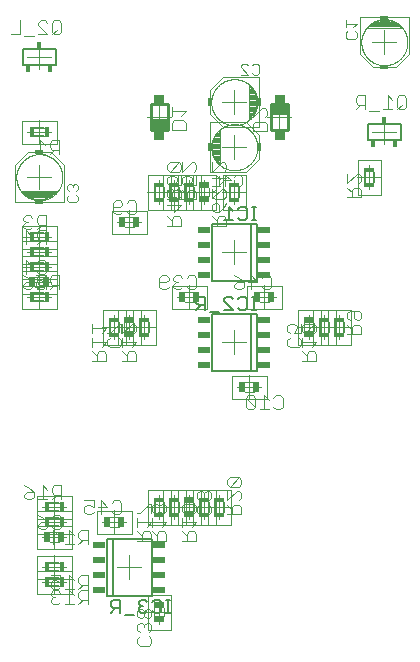
<source format=gbo>
G75*
%MOIN*%
%OFA0B0*%
%FSLAX25Y25*%
%IPPOS*%
%LPD*%
%AMOC8*
5,1,8,0,0,1.08239X$1,22.5*
%
%ADD10C,0.00400*%
%ADD11C,0.00300*%
%ADD12R,0.02756X0.01772*%
%ADD13R,0.02756X0.01575*%
%ADD14C,0.00000*%
%ADD15C,0.00200*%
%ADD16R,0.01969X0.03740*%
%ADD17R,0.01772X0.02756*%
%ADD18R,0.01575X0.02756*%
%ADD19R,0.03740X0.01969*%
%ADD20C,0.01000*%
%ADD21R,0.03346X0.02953*%
%ADD22R,0.05315X0.03543*%
%ADD23C,0.00800*%
%ADD24C,0.00600*%
%ADD25R,0.04331X0.01929*%
%ADD26C,0.00500*%
%ADD27R,0.01800X0.02300*%
%ADD28R,0.01600X0.03400*%
%ADD29R,0.03400X0.01600*%
D10*
X0036600Y0078500D02*
X0038135Y0078500D01*
X0038902Y0079267D01*
X0040437Y0078500D02*
X0043506Y0078500D01*
X0041971Y0078500D02*
X0041971Y0083104D01*
X0043506Y0081569D01*
X0045041Y0080802D02*
X0045041Y0082337D01*
X0045808Y0083104D01*
X0048110Y0083104D01*
X0048110Y0078500D01*
X0048110Y0080035D02*
X0045808Y0080035D01*
X0045041Y0080802D01*
X0046575Y0080035D02*
X0045041Y0078500D01*
X0045041Y0083500D02*
X0046575Y0085035D01*
X0045808Y0085035D02*
X0048110Y0085035D01*
X0048110Y0083500D02*
X0048110Y0088104D01*
X0045808Y0088104D01*
X0045041Y0087337D01*
X0045041Y0085802D01*
X0045808Y0085035D01*
X0043506Y0086569D02*
X0041971Y0088104D01*
X0041971Y0083500D01*
X0040437Y0083500D02*
X0043506Y0083500D01*
X0038902Y0084267D02*
X0038135Y0083500D01*
X0036600Y0083500D01*
X0035833Y0084267D01*
X0035833Y0085802D01*
X0036600Y0086569D01*
X0037367Y0086569D01*
X0038902Y0085802D01*
X0038902Y0088104D01*
X0035833Y0088104D01*
X0036600Y0083104D02*
X0035833Y0082337D01*
X0035833Y0081569D01*
X0036600Y0080802D01*
X0035833Y0080035D01*
X0035833Y0079267D01*
X0036600Y0078500D01*
X0036600Y0080802D02*
X0037367Y0080802D01*
X0038902Y0082337D02*
X0038135Y0083104D01*
X0036600Y0083104D01*
X0036600Y0098500D02*
X0036600Y0103104D01*
X0038902Y0100802D01*
X0035833Y0100802D01*
X0035597Y0099150D02*
X0038400Y0099150D01*
X0040437Y0098500D02*
X0043506Y0098500D01*
X0041971Y0098500D02*
X0041971Y0103104D01*
X0043506Y0101569D01*
X0045041Y0100802D02*
X0045041Y0102337D01*
X0045808Y0103104D01*
X0048110Y0103104D01*
X0048110Y0098500D01*
X0048110Y0100035D02*
X0045808Y0100035D01*
X0045041Y0100802D01*
X0046575Y0100035D02*
X0045041Y0098500D01*
X0038400Y0102501D02*
X0035597Y0102501D01*
X0036996Y0103500D02*
X0036229Y0104267D01*
X0036996Y0103500D02*
X0038531Y0103500D01*
X0039298Y0104267D01*
X0039298Y0107337D01*
X0038531Y0108104D01*
X0036996Y0108104D01*
X0036229Y0107337D01*
X0034694Y0105802D02*
X0034694Y0104267D01*
X0033927Y0103500D01*
X0032392Y0103500D01*
X0031625Y0104267D01*
X0031625Y0105035D01*
X0032392Y0105802D01*
X0034694Y0105802D01*
X0033160Y0107337D01*
X0031625Y0108104D01*
X0031625Y0113500D02*
X0034694Y0113500D01*
X0033160Y0113500D02*
X0033160Y0118104D01*
X0034694Y0116569D01*
X0036229Y0115802D02*
X0036996Y0115035D01*
X0039298Y0115035D01*
X0037763Y0115035D02*
X0036229Y0113500D01*
X0036229Y0115802D02*
X0036229Y0117337D01*
X0036996Y0118104D01*
X0039298Y0118104D01*
X0039298Y0113500D01*
X0047021Y0113104D02*
X0050090Y0113104D01*
X0050090Y0110802D01*
X0048556Y0111569D01*
X0047788Y0111569D01*
X0047021Y0110802D01*
X0047021Y0109267D01*
X0047788Y0108500D01*
X0049323Y0108500D01*
X0050090Y0109267D01*
X0051625Y0110802D02*
X0054694Y0110802D01*
X0052392Y0113104D01*
X0052392Y0108500D01*
X0055597Y0107501D02*
X0058400Y0107501D01*
X0058531Y0108500D02*
X0056996Y0108500D01*
X0056229Y0109267D01*
X0058531Y0108500D02*
X0059298Y0109267D01*
X0059298Y0112337D01*
X0058531Y0113104D01*
X0056996Y0113104D01*
X0056229Y0112337D01*
X0055597Y0104150D02*
X0058400Y0104150D01*
X0064698Y0104292D02*
X0064698Y0107361D01*
X0064698Y0105827D02*
X0069302Y0105827D01*
X0067767Y0104292D01*
X0067000Y0102757D02*
X0068535Y0102757D01*
X0069302Y0101990D01*
X0069302Y0099688D01*
X0064698Y0099688D01*
X0066233Y0099688D02*
X0066233Y0101990D01*
X0067000Y0102757D01*
X0066233Y0101223D02*
X0064698Y0102757D01*
X0064698Y0108896D02*
X0065465Y0108896D01*
X0068535Y0111965D01*
X0069302Y0111965D01*
X0069302Y0108896D01*
X0069698Y0109663D02*
X0070465Y0108896D01*
X0071233Y0108896D01*
X0072000Y0109663D01*
X0072000Y0111198D01*
X0071233Y0111965D01*
X0070465Y0111965D01*
X0069698Y0111198D01*
X0069698Y0109663D01*
X0069698Y0107361D02*
X0069698Y0104292D01*
X0069698Y0102757D02*
X0071233Y0101223D01*
X0071233Y0101990D02*
X0071233Y0099688D01*
X0069698Y0099688D02*
X0074302Y0099688D01*
X0074302Y0101990D01*
X0073535Y0102757D01*
X0072000Y0102757D01*
X0071233Y0101990D01*
X0072767Y0104292D02*
X0074302Y0105827D01*
X0069698Y0105827D01*
X0072767Y0108896D02*
X0073535Y0108896D01*
X0074302Y0109663D01*
X0074302Y0111198D01*
X0073535Y0111965D01*
X0072767Y0111965D01*
X0072000Y0111198D01*
X0072000Y0109663D02*
X0072767Y0108896D01*
X0079698Y0109663D02*
X0079698Y0111198D01*
X0080465Y0111965D01*
X0083535Y0111965D01*
X0084302Y0111198D01*
X0084302Y0109663D01*
X0083535Y0108896D01*
X0082767Y0108896D01*
X0082000Y0109663D01*
X0082000Y0111965D01*
X0080349Y0112202D02*
X0080349Y0109398D01*
X0080465Y0108896D02*
X0079698Y0109663D01*
X0079698Y0107361D02*
X0079698Y0104292D01*
X0079698Y0102757D02*
X0081233Y0101223D01*
X0081233Y0101990D02*
X0081233Y0099688D01*
X0079698Y0099688D02*
X0084302Y0099688D01*
X0084302Y0101990D01*
X0083535Y0102757D01*
X0082000Y0102757D01*
X0081233Y0101990D01*
X0082767Y0104292D02*
X0084302Y0105827D01*
X0079698Y0105827D01*
X0083699Y0109398D02*
X0083699Y0112202D01*
X0084698Y0110802D02*
X0085465Y0111569D01*
X0084698Y0110802D02*
X0084698Y0109267D01*
X0085465Y0108500D01*
X0088535Y0108500D01*
X0089302Y0109267D01*
X0089302Y0110802D01*
X0088535Y0111569D01*
X0088535Y0113104D02*
X0087767Y0113104D01*
X0087000Y0113871D01*
X0087000Y0115406D01*
X0086233Y0116173D01*
X0085465Y0116173D01*
X0084698Y0115406D01*
X0084698Y0113871D01*
X0085465Y0113104D01*
X0086233Y0113104D01*
X0087000Y0113871D01*
X0087000Y0115406D02*
X0087767Y0116173D01*
X0088535Y0116173D01*
X0089302Y0115406D01*
X0089302Y0113871D01*
X0088535Y0113104D01*
X0094698Y0113104D02*
X0097767Y0116173D01*
X0098535Y0116173D01*
X0099302Y0115406D01*
X0099302Y0113871D01*
X0098535Y0113104D01*
X0098535Y0111569D02*
X0097000Y0111569D01*
X0096233Y0110802D01*
X0096233Y0108500D01*
X0096233Y0110035D02*
X0094698Y0111569D01*
X0094698Y0113104D02*
X0094698Y0116173D01*
X0095465Y0117708D02*
X0094698Y0118475D01*
X0094698Y0120010D01*
X0095465Y0120777D01*
X0098535Y0120777D01*
X0095465Y0117708D01*
X0098535Y0117708D01*
X0099302Y0118475D01*
X0099302Y0120010D01*
X0098535Y0120777D01*
X0098535Y0111569D02*
X0099302Y0110802D01*
X0099302Y0108500D01*
X0094698Y0108500D01*
X0073648Y0077202D02*
X0073648Y0074398D01*
X0070297Y0074398D02*
X0070297Y0077202D01*
X0069302Y0076198D02*
X0068535Y0076965D01*
X0067767Y0076965D01*
X0067000Y0076198D01*
X0067000Y0074663D01*
X0067767Y0073896D01*
X0068535Y0073896D01*
X0069302Y0074663D01*
X0069302Y0076198D01*
X0068535Y0072361D02*
X0067767Y0072361D01*
X0067000Y0071594D01*
X0066233Y0072361D01*
X0065465Y0072361D01*
X0064698Y0071594D01*
X0064698Y0070059D01*
X0065465Y0069292D01*
X0065465Y0067757D02*
X0064698Y0066990D01*
X0064698Y0065456D01*
X0065465Y0064688D01*
X0068535Y0064688D01*
X0069302Y0065456D01*
X0069302Y0066990D01*
X0068535Y0067757D01*
X0068535Y0069292D02*
X0069302Y0070059D01*
X0069302Y0071594D01*
X0068535Y0072361D01*
X0067000Y0071594D02*
X0067000Y0070827D01*
X0066233Y0073896D02*
X0067000Y0074663D01*
X0066233Y0073896D02*
X0065465Y0073896D01*
X0064698Y0074663D01*
X0064698Y0076198D01*
X0065465Y0076965D01*
X0066233Y0076965D01*
X0067000Y0076198D01*
X0029323Y0113500D02*
X0030090Y0114267D01*
X0030090Y0115802D01*
X0027788Y0115802D01*
X0027021Y0115035D01*
X0027021Y0114267D01*
X0027788Y0113500D01*
X0029323Y0113500D01*
X0030090Y0115802D02*
X0028556Y0117337D01*
X0027021Y0118104D01*
X0049698Y0159688D02*
X0054302Y0159688D01*
X0054302Y0161990D01*
X0053535Y0162757D01*
X0052000Y0162757D01*
X0051233Y0161990D01*
X0051233Y0159688D01*
X0051233Y0161223D02*
X0049698Y0162757D01*
X0049698Y0164292D02*
X0049698Y0167361D01*
X0049698Y0165827D02*
X0054302Y0165827D01*
X0052767Y0164292D01*
X0054698Y0165059D02*
X0054698Y0166594D01*
X0055465Y0167361D01*
X0055465Y0168896D02*
X0054698Y0168896D01*
X0055465Y0168896D02*
X0058535Y0171965D01*
X0059302Y0171965D01*
X0059302Y0168896D01*
X0059698Y0168896D02*
X0059698Y0171965D01*
X0060297Y0172202D02*
X0060297Y0169398D01*
X0059698Y0168896D02*
X0062767Y0171965D01*
X0063535Y0171965D01*
X0064302Y0171198D01*
X0064302Y0169663D01*
X0063535Y0168896D01*
X0063648Y0169398D02*
X0063648Y0172202D01*
X0059698Y0167361D02*
X0059698Y0164292D01*
X0059302Y0165059D02*
X0058535Y0164292D01*
X0055465Y0164292D01*
X0054698Y0165059D01*
X0052767Y0168896D02*
X0054302Y0170431D01*
X0049698Y0170431D01*
X0049698Y0171965D02*
X0049698Y0168896D01*
X0058535Y0167361D02*
X0059302Y0166594D01*
X0059302Y0165059D01*
X0059698Y0165827D02*
X0064302Y0165827D01*
X0062767Y0164292D01*
X0062000Y0162757D02*
X0061233Y0161990D01*
X0061233Y0159688D01*
X0061233Y0161223D02*
X0059698Y0162757D01*
X0062000Y0162757D02*
X0063535Y0162757D01*
X0064302Y0161990D01*
X0064302Y0159688D01*
X0059698Y0159688D01*
X0072788Y0183500D02*
X0072021Y0184267D01*
X0072021Y0187337D01*
X0072788Y0188104D01*
X0074323Y0188104D01*
X0075090Y0187337D01*
X0075090Y0186569D01*
X0074323Y0185802D01*
X0072021Y0185802D01*
X0072788Y0183500D02*
X0074323Y0183500D01*
X0075090Y0184267D01*
X0076625Y0184267D02*
X0077392Y0183500D01*
X0078927Y0183500D01*
X0079694Y0184267D01*
X0081229Y0184267D02*
X0081996Y0183500D01*
X0083531Y0183500D01*
X0084298Y0184267D01*
X0084298Y0187337D01*
X0083531Y0188104D01*
X0081996Y0188104D01*
X0081229Y0187337D01*
X0079694Y0187337D02*
X0078927Y0188104D01*
X0077392Y0188104D01*
X0076625Y0187337D01*
X0076625Y0186569D01*
X0077392Y0185802D01*
X0076625Y0185035D01*
X0076625Y0184267D01*
X0077392Y0185802D02*
X0078160Y0185802D01*
X0080597Y0182501D02*
X0083400Y0182501D01*
X0083400Y0179150D02*
X0080597Y0179150D01*
X0097021Y0184267D02*
X0097788Y0183500D01*
X0099323Y0183500D01*
X0100090Y0184267D01*
X0100090Y0185802D01*
X0097788Y0185802D01*
X0097021Y0185035D01*
X0097021Y0184267D01*
X0100090Y0185802D02*
X0098556Y0187337D01*
X0097021Y0188104D01*
X0101625Y0185802D02*
X0104694Y0185802D01*
X0102392Y0188104D01*
X0102392Y0183500D01*
X0105597Y0182501D02*
X0108400Y0182501D01*
X0108531Y0183500D02*
X0106996Y0183500D01*
X0106229Y0184267D01*
X0108531Y0183500D02*
X0109298Y0184267D01*
X0109298Y0187337D01*
X0108531Y0188104D01*
X0106996Y0188104D01*
X0106229Y0187337D01*
X0105597Y0179150D02*
X0108400Y0179150D01*
X0115465Y0171965D02*
X0114698Y0171198D01*
X0114698Y0169663D01*
X0115465Y0168896D01*
X0115465Y0167361D02*
X0114698Y0166594D01*
X0114698Y0165059D01*
X0115465Y0164292D01*
X0118535Y0164292D01*
X0119302Y0165059D01*
X0119302Y0166594D01*
X0118535Y0167361D01*
X0119698Y0167361D02*
X0119698Y0164292D01*
X0119698Y0162757D02*
X0121233Y0161223D01*
X0121233Y0161990D02*
X0121233Y0159688D01*
X0119698Y0159688D02*
X0124302Y0159688D01*
X0124302Y0161990D01*
X0123535Y0162757D01*
X0122000Y0162757D01*
X0121233Y0161990D01*
X0122767Y0164292D02*
X0124302Y0165827D01*
X0119698Y0165827D01*
X0119302Y0168896D02*
X0117000Y0168896D01*
X0117767Y0170431D01*
X0117767Y0171198D01*
X0117000Y0171965D01*
X0115465Y0171965D01*
X0119302Y0171965D02*
X0119302Y0168896D01*
X0119698Y0169663D02*
X0120465Y0168896D01*
X0123535Y0171965D01*
X0120465Y0171965D01*
X0119698Y0171198D01*
X0119698Y0169663D01*
X0120297Y0169398D02*
X0120297Y0172202D01*
X0120465Y0168896D02*
X0123535Y0168896D01*
X0124302Y0169663D01*
X0124302Y0171198D01*
X0123535Y0171965D01*
X0123648Y0172202D02*
X0123648Y0169398D01*
X0134698Y0168500D02*
X0139302Y0168500D01*
X0139302Y0170802D01*
X0138535Y0171569D01*
X0137000Y0171569D01*
X0136233Y0170802D01*
X0136233Y0168500D01*
X0136233Y0170035D02*
X0134698Y0171569D01*
X0135465Y0173104D02*
X0134698Y0173871D01*
X0134698Y0175406D01*
X0135465Y0176173D01*
X0138535Y0176173D01*
X0139302Y0175406D01*
X0139302Y0173871D01*
X0138535Y0173104D01*
X0137767Y0173104D01*
X0137000Y0173871D01*
X0137000Y0176173D01*
X0112343Y0148104D02*
X0113110Y0147337D01*
X0113110Y0144267D01*
X0112343Y0143500D01*
X0110808Y0143500D01*
X0110041Y0144267D01*
X0108506Y0143500D02*
X0105437Y0143500D01*
X0106971Y0143500D02*
X0106971Y0148104D01*
X0108506Y0146569D01*
X0110041Y0147337D02*
X0110808Y0148104D01*
X0112343Y0148104D01*
X0103902Y0147337D02*
X0103902Y0144267D01*
X0100833Y0147337D01*
X0100833Y0144267D01*
X0101600Y0143500D01*
X0103135Y0143500D01*
X0103902Y0144267D01*
X0103902Y0147337D02*
X0103135Y0148104D01*
X0101600Y0148104D01*
X0100833Y0147337D01*
X0100597Y0149099D02*
X0103400Y0149099D01*
X0103400Y0152450D02*
X0100597Y0152450D01*
X0094302Y0204688D02*
X0089698Y0204688D01*
X0091233Y0204688D02*
X0091233Y0206990D01*
X0092000Y0207757D01*
X0093535Y0207757D01*
X0094302Y0206990D01*
X0094302Y0204688D01*
X0091233Y0206223D02*
X0089698Y0207757D01*
X0090465Y0209292D02*
X0089698Y0210059D01*
X0089698Y0211594D01*
X0090465Y0212361D01*
X0091233Y0212361D01*
X0092000Y0211594D01*
X0092000Y0209292D01*
X0090465Y0209292D01*
X0092000Y0209292D02*
X0093535Y0210827D01*
X0094302Y0212361D01*
X0093535Y0213500D02*
X0090465Y0213500D01*
X0089698Y0214267D01*
X0089698Y0215802D01*
X0090465Y0216569D01*
X0089698Y0216965D02*
X0089698Y0213896D01*
X0092767Y0216965D01*
X0093535Y0216965D01*
X0094302Y0216198D01*
X0094302Y0214663D01*
X0093535Y0213896D01*
X0093535Y0213500D02*
X0094302Y0214267D01*
X0094302Y0215802D01*
X0093535Y0216569D01*
X0092000Y0218104D02*
X0092000Y0221173D01*
X0093535Y0222708D02*
X0094302Y0223475D01*
X0094302Y0225010D01*
X0093535Y0225777D01*
X0092767Y0225777D01*
X0089698Y0222708D01*
X0089698Y0225777D01*
X0090777Y0226825D02*
X0092077Y0226825D01*
X0092077Y0227223D02*
X0090478Y0227223D01*
X0090305Y0227454D02*
X0089715Y0229422D01*
X0089715Y0232375D01*
X0090305Y0234146D01*
X0092077Y0236312D01*
X0092077Y0225288D01*
X0092077Y0225091D01*
X0090305Y0227454D01*
X0090255Y0227622D02*
X0092077Y0227622D01*
X0092077Y0228020D02*
X0090135Y0228020D01*
X0090016Y0228419D02*
X0092077Y0228419D01*
X0092077Y0228817D02*
X0089896Y0228817D01*
X0089776Y0229216D02*
X0092077Y0229216D01*
X0092077Y0229614D02*
X0089715Y0229614D01*
X0089715Y0230013D02*
X0092077Y0230013D01*
X0092077Y0230412D02*
X0089715Y0230412D01*
X0089715Y0230810D02*
X0092077Y0230810D01*
X0092077Y0231209D02*
X0089715Y0231209D01*
X0089715Y0231607D02*
X0092077Y0231607D01*
X0092077Y0232006D02*
X0089715Y0232006D01*
X0089724Y0232404D02*
X0092077Y0232404D01*
X0092077Y0232803D02*
X0089857Y0232803D01*
X0089990Y0233201D02*
X0092077Y0233201D01*
X0092077Y0233600D02*
X0090123Y0233600D01*
X0090256Y0233998D02*
X0092077Y0233998D01*
X0092077Y0234397D02*
X0090510Y0234397D01*
X0090836Y0234795D02*
X0092077Y0234795D01*
X0092077Y0235194D02*
X0091162Y0235194D01*
X0091488Y0235592D02*
X0092077Y0235592D01*
X0092077Y0235991D02*
X0091814Y0235991D01*
X0092274Y0236706D02*
X0092274Y0224894D01*
X0092077Y0225231D02*
X0091972Y0225231D01*
X0092077Y0225629D02*
X0091673Y0225629D01*
X0091374Y0226028D02*
X0092077Y0226028D01*
X0092077Y0226426D02*
X0091076Y0226426D01*
X0088730Y0227454D02*
X0088730Y0222532D01*
X0100935Y0222532D01*
X0105266Y0226863D01*
X0105266Y0234737D01*
X0100935Y0239068D01*
X0088730Y0239068D01*
X0088730Y0234146D01*
X0088730Y0239068D02*
X0088730Y0222532D01*
X0100935Y0222532D01*
X0105266Y0226863D01*
X0105266Y0234737D02*
X0100935Y0239068D01*
X0088730Y0239068D01*
X0088730Y0241863D02*
X0093061Y0237532D01*
X0105266Y0237532D01*
X0105266Y0242454D01*
X0103795Y0242765D02*
X0101919Y0242765D01*
X0101919Y0242367D02*
X0103620Y0242367D01*
X0103691Y0242454D02*
X0101919Y0240288D01*
X0101919Y0251312D01*
X0101919Y0251509D01*
X0103691Y0249146D01*
X0104282Y0247178D01*
X0104282Y0244225D01*
X0103691Y0242454D01*
X0103294Y0241968D02*
X0101919Y0241968D01*
X0101919Y0241570D02*
X0102968Y0241570D01*
X0102642Y0241171D02*
X0101919Y0241171D01*
X0101919Y0240773D02*
X0102316Y0240773D01*
X0101990Y0240374D02*
X0101919Y0240374D01*
X0101723Y0239894D02*
X0101723Y0251706D01*
X0101919Y0251134D02*
X0102200Y0251134D01*
X0101919Y0250736D02*
X0102499Y0250736D01*
X0102798Y0250337D02*
X0101919Y0250337D01*
X0101919Y0249939D02*
X0103097Y0249939D01*
X0103396Y0249540D02*
X0101919Y0249540D01*
X0101919Y0249142D02*
X0103693Y0249142D01*
X0103812Y0248743D02*
X0101919Y0248743D01*
X0101919Y0248345D02*
X0103932Y0248345D01*
X0104051Y0247946D02*
X0101919Y0247946D01*
X0101919Y0247548D02*
X0104171Y0247548D01*
X0104282Y0247149D02*
X0101919Y0247149D01*
X0101919Y0246750D02*
X0104282Y0246750D01*
X0104282Y0246352D02*
X0101919Y0246352D01*
X0101919Y0245953D02*
X0104282Y0245953D01*
X0104282Y0245555D02*
X0101919Y0245555D01*
X0101919Y0245156D02*
X0104282Y0245156D01*
X0104282Y0244758D02*
X0101919Y0244758D01*
X0101919Y0244359D02*
X0104282Y0244359D01*
X0104194Y0243961D02*
X0101919Y0243961D01*
X0101919Y0243562D02*
X0104061Y0243562D01*
X0103928Y0243164D02*
X0101919Y0243164D01*
X0103261Y0243796D02*
X0103261Y0240727D01*
X0106330Y0243796D01*
X0107098Y0243796D01*
X0107865Y0243029D01*
X0107865Y0241494D01*
X0107098Y0240727D01*
X0107098Y0239192D02*
X0107865Y0238425D01*
X0107865Y0236123D01*
X0103261Y0236123D01*
X0103261Y0238425D01*
X0104028Y0239192D01*
X0107098Y0239192D01*
X0105266Y0237532D02*
X0105266Y0254068D01*
X0093061Y0254068D01*
X0088730Y0249737D01*
X0088730Y0241863D01*
X0093061Y0237532D01*
X0105266Y0237532D01*
X0089321Y0230800D02*
X0089323Y0230988D01*
X0089330Y0231177D01*
X0089342Y0231365D01*
X0089358Y0231552D01*
X0089379Y0231740D01*
X0089404Y0231926D01*
X0089434Y0232112D01*
X0089469Y0232298D01*
X0089508Y0232482D01*
X0089551Y0232665D01*
X0089599Y0232848D01*
X0089652Y0233029D01*
X0089708Y0233208D01*
X0089770Y0233386D01*
X0089835Y0233563D01*
X0089905Y0233738D01*
X0089980Y0233911D01*
X0090058Y0234082D01*
X0090141Y0234252D01*
X0090227Y0234419D01*
X0090318Y0234584D01*
X0090413Y0234747D01*
X0090512Y0234907D01*
X0090615Y0235065D01*
X0090721Y0235220D01*
X0090832Y0235373D01*
X0090946Y0235523D01*
X0091064Y0235670D01*
X0091185Y0235814D01*
X0091310Y0235956D01*
X0091438Y0236094D01*
X0091570Y0236228D01*
X0091704Y0236360D01*
X0091842Y0236488D01*
X0091984Y0236613D01*
X0092128Y0236734D01*
X0092275Y0236852D01*
X0092425Y0236966D01*
X0092578Y0237077D01*
X0092733Y0237183D01*
X0092891Y0237286D01*
X0093051Y0237385D01*
X0093214Y0237480D01*
X0093379Y0237571D01*
X0093546Y0237657D01*
X0093716Y0237740D01*
X0093887Y0237818D01*
X0094060Y0237893D01*
X0094235Y0237963D01*
X0094412Y0238028D01*
X0094590Y0238090D01*
X0094769Y0238146D01*
X0094950Y0238199D01*
X0095133Y0238247D01*
X0095316Y0238290D01*
X0095500Y0238329D01*
X0095686Y0238364D01*
X0095872Y0238394D01*
X0096058Y0238419D01*
X0096246Y0238440D01*
X0096433Y0238456D01*
X0096621Y0238468D01*
X0096810Y0238475D01*
X0096998Y0238477D01*
X0097186Y0238475D01*
X0097375Y0238468D01*
X0097563Y0238456D01*
X0097750Y0238440D01*
X0097938Y0238419D01*
X0098124Y0238394D01*
X0098310Y0238364D01*
X0098496Y0238329D01*
X0098680Y0238290D01*
X0098863Y0238247D01*
X0099046Y0238199D01*
X0099227Y0238146D01*
X0099406Y0238090D01*
X0099584Y0238028D01*
X0099761Y0237963D01*
X0099936Y0237893D01*
X0100109Y0237818D01*
X0100280Y0237740D01*
X0100450Y0237657D01*
X0100617Y0237571D01*
X0100782Y0237480D01*
X0100945Y0237385D01*
X0101105Y0237286D01*
X0101263Y0237183D01*
X0101418Y0237077D01*
X0101571Y0236966D01*
X0101721Y0236852D01*
X0101868Y0236734D01*
X0102012Y0236613D01*
X0102154Y0236488D01*
X0102292Y0236360D01*
X0102426Y0236228D01*
X0102558Y0236094D01*
X0102686Y0235956D01*
X0102811Y0235814D01*
X0102932Y0235670D01*
X0103050Y0235523D01*
X0103164Y0235373D01*
X0103275Y0235220D01*
X0103381Y0235065D01*
X0103484Y0234907D01*
X0103583Y0234747D01*
X0103678Y0234584D01*
X0103769Y0234419D01*
X0103855Y0234252D01*
X0103938Y0234082D01*
X0104016Y0233911D01*
X0104091Y0233738D01*
X0104161Y0233563D01*
X0104226Y0233386D01*
X0104288Y0233208D01*
X0104344Y0233029D01*
X0104397Y0232848D01*
X0104445Y0232665D01*
X0104488Y0232482D01*
X0104527Y0232298D01*
X0104562Y0232112D01*
X0104592Y0231926D01*
X0104617Y0231740D01*
X0104638Y0231552D01*
X0104654Y0231365D01*
X0104666Y0231177D01*
X0104673Y0230988D01*
X0104675Y0230800D01*
X0104673Y0230612D01*
X0104666Y0230423D01*
X0104654Y0230235D01*
X0104638Y0230048D01*
X0104617Y0229860D01*
X0104592Y0229674D01*
X0104562Y0229488D01*
X0104527Y0229302D01*
X0104488Y0229118D01*
X0104445Y0228935D01*
X0104397Y0228752D01*
X0104344Y0228571D01*
X0104288Y0228392D01*
X0104226Y0228214D01*
X0104161Y0228037D01*
X0104091Y0227862D01*
X0104016Y0227689D01*
X0103938Y0227518D01*
X0103855Y0227348D01*
X0103769Y0227181D01*
X0103678Y0227016D01*
X0103583Y0226853D01*
X0103484Y0226693D01*
X0103381Y0226535D01*
X0103275Y0226380D01*
X0103164Y0226227D01*
X0103050Y0226077D01*
X0102932Y0225930D01*
X0102811Y0225786D01*
X0102686Y0225644D01*
X0102558Y0225506D01*
X0102426Y0225372D01*
X0102292Y0225240D01*
X0102154Y0225112D01*
X0102012Y0224987D01*
X0101868Y0224866D01*
X0101721Y0224748D01*
X0101571Y0224634D01*
X0101418Y0224523D01*
X0101263Y0224417D01*
X0101105Y0224314D01*
X0100945Y0224215D01*
X0100782Y0224120D01*
X0100617Y0224029D01*
X0100450Y0223943D01*
X0100280Y0223860D01*
X0100109Y0223782D01*
X0099936Y0223707D01*
X0099761Y0223637D01*
X0099584Y0223572D01*
X0099406Y0223510D01*
X0099227Y0223454D01*
X0099046Y0223401D01*
X0098863Y0223353D01*
X0098680Y0223310D01*
X0098496Y0223271D01*
X0098310Y0223236D01*
X0098124Y0223206D01*
X0097938Y0223181D01*
X0097750Y0223160D01*
X0097563Y0223144D01*
X0097375Y0223132D01*
X0097186Y0223125D01*
X0096998Y0223123D01*
X0096810Y0223125D01*
X0096621Y0223132D01*
X0096433Y0223144D01*
X0096246Y0223160D01*
X0096058Y0223181D01*
X0095872Y0223206D01*
X0095686Y0223236D01*
X0095500Y0223271D01*
X0095316Y0223310D01*
X0095133Y0223353D01*
X0094950Y0223401D01*
X0094769Y0223454D01*
X0094590Y0223510D01*
X0094412Y0223572D01*
X0094235Y0223637D01*
X0094060Y0223707D01*
X0093887Y0223782D01*
X0093716Y0223860D01*
X0093546Y0223943D01*
X0093379Y0224029D01*
X0093214Y0224120D01*
X0093051Y0224215D01*
X0092891Y0224314D01*
X0092733Y0224417D01*
X0092578Y0224523D01*
X0092425Y0224634D01*
X0092275Y0224748D01*
X0092128Y0224866D01*
X0091984Y0224987D01*
X0091842Y0225112D01*
X0091704Y0225240D01*
X0091570Y0225372D01*
X0091438Y0225506D01*
X0091310Y0225644D01*
X0091185Y0225786D01*
X0091064Y0225930D01*
X0090946Y0226077D01*
X0090832Y0226227D01*
X0090721Y0226380D01*
X0090615Y0226535D01*
X0090512Y0226693D01*
X0090413Y0226853D01*
X0090318Y0227016D01*
X0090227Y0227181D01*
X0090141Y0227348D01*
X0090058Y0227518D01*
X0089980Y0227689D01*
X0089905Y0227862D01*
X0089835Y0228037D01*
X0089770Y0228214D01*
X0089708Y0228392D01*
X0089652Y0228571D01*
X0089599Y0228752D01*
X0089551Y0228935D01*
X0089508Y0229118D01*
X0089469Y0229302D01*
X0089434Y0229488D01*
X0089404Y0229674D01*
X0089379Y0229860D01*
X0089358Y0230048D01*
X0089342Y0230235D01*
X0089330Y0230423D01*
X0089323Y0230612D01*
X0089321Y0230800D01*
X0083535Y0225777D02*
X0084302Y0225010D01*
X0084302Y0223475D01*
X0083535Y0222708D01*
X0084302Y0221173D02*
X0084302Y0218104D01*
X0082000Y0218104D01*
X0082767Y0219639D01*
X0082767Y0220406D01*
X0082000Y0221173D01*
X0080465Y0221173D01*
X0079698Y0220406D01*
X0079698Y0218871D01*
X0080465Y0218104D01*
X0079302Y0218104D02*
X0077000Y0218104D01*
X0077767Y0219639D01*
X0077767Y0220406D01*
X0077000Y0221173D01*
X0075465Y0221173D01*
X0074698Y0220406D01*
X0074698Y0218871D01*
X0075465Y0218104D01*
X0075465Y0216965D02*
X0074698Y0216198D01*
X0074698Y0214663D01*
X0075465Y0213896D01*
X0076233Y0213896D01*
X0077000Y0214663D01*
X0077000Y0216198D01*
X0076233Y0216965D01*
X0075465Y0216965D01*
X0074698Y0216569D02*
X0076233Y0215035D01*
X0076233Y0215802D02*
X0076233Y0213500D01*
X0077000Y0212361D02*
X0077000Y0209292D01*
X0079302Y0211594D01*
X0074698Y0211594D01*
X0074698Y0213500D02*
X0079302Y0213500D01*
X0079302Y0215802D01*
X0078535Y0216569D01*
X0077000Y0216569D01*
X0076233Y0215802D01*
X0077000Y0216198D02*
X0077767Y0216965D01*
X0078535Y0216965D01*
X0079302Y0216198D01*
X0079302Y0214663D01*
X0078535Y0213896D01*
X0077767Y0213896D01*
X0077000Y0214663D01*
X0079698Y0213500D02*
X0084302Y0213500D01*
X0084302Y0215802D01*
X0083535Y0216569D01*
X0082000Y0216569D01*
X0081233Y0215802D01*
X0081233Y0213500D01*
X0081233Y0215035D02*
X0079698Y0216569D01*
X0079302Y0218104D02*
X0079302Y0221173D01*
X0079698Y0222708D02*
X0082767Y0225777D01*
X0083535Y0225777D01*
X0079698Y0225777D02*
X0079698Y0222708D01*
X0079302Y0223475D02*
X0079302Y0225010D01*
X0078535Y0225777D01*
X0075465Y0222708D01*
X0074698Y0223475D01*
X0074698Y0225010D01*
X0075465Y0225777D01*
X0078535Y0225777D01*
X0079302Y0223475D02*
X0078535Y0222708D01*
X0075465Y0222708D01*
X0085349Y0217202D02*
X0085349Y0214398D01*
X0088699Y0214398D02*
X0088699Y0217202D01*
X0089698Y0220406D02*
X0094302Y0220406D01*
X0092000Y0218104D01*
X0090109Y0234146D02*
X0090192Y0234313D01*
X0090279Y0234477D01*
X0090371Y0234640D01*
X0090466Y0234800D01*
X0090565Y0234957D01*
X0090668Y0235112D01*
X0090775Y0235265D01*
X0090886Y0235415D01*
X0091000Y0235562D01*
X0091117Y0235707D01*
X0091238Y0235848D01*
X0091363Y0235987D01*
X0091490Y0236122D01*
X0091621Y0236255D01*
X0091756Y0236384D01*
X0091893Y0236510D01*
X0092033Y0236632D01*
X0092177Y0236751D01*
X0092323Y0236867D01*
X0092472Y0236978D01*
X0092623Y0237087D01*
X0092777Y0237191D01*
X0092934Y0237292D01*
X0093093Y0237389D01*
X0093254Y0237482D01*
X0093418Y0237571D01*
X0093584Y0237656D01*
X0093751Y0237737D01*
X0093921Y0237814D01*
X0094093Y0237887D01*
X0094266Y0237955D01*
X0094441Y0238019D01*
X0094617Y0238079D01*
X0094795Y0238135D01*
X0094974Y0238187D01*
X0095154Y0238234D01*
X0095335Y0238276D01*
X0095517Y0238315D01*
X0095701Y0238348D01*
X0095884Y0238378D01*
X0096069Y0238402D01*
X0096254Y0238423D01*
X0096440Y0238439D01*
X0096626Y0238450D01*
X0096812Y0238457D01*
X0096998Y0238459D01*
X0097184Y0238457D01*
X0097370Y0238450D01*
X0097556Y0238439D01*
X0097742Y0238423D01*
X0097927Y0238402D01*
X0098112Y0238378D01*
X0098295Y0238348D01*
X0098479Y0238315D01*
X0098661Y0238276D01*
X0098842Y0238234D01*
X0099022Y0238187D01*
X0099201Y0238135D01*
X0099379Y0238079D01*
X0099555Y0238019D01*
X0099730Y0237955D01*
X0099903Y0237887D01*
X0100075Y0237814D01*
X0100245Y0237737D01*
X0100412Y0237656D01*
X0100578Y0237571D01*
X0100742Y0237482D01*
X0100903Y0237389D01*
X0101062Y0237292D01*
X0101219Y0237191D01*
X0101373Y0237087D01*
X0101524Y0236978D01*
X0101673Y0236867D01*
X0101819Y0236751D01*
X0101963Y0236632D01*
X0102103Y0236510D01*
X0102240Y0236384D01*
X0102375Y0236255D01*
X0102506Y0236122D01*
X0102633Y0235987D01*
X0102758Y0235848D01*
X0102879Y0235707D01*
X0102996Y0235562D01*
X0103110Y0235415D01*
X0103221Y0235265D01*
X0103328Y0235112D01*
X0103431Y0234957D01*
X0103530Y0234800D01*
X0103625Y0234640D01*
X0103717Y0234477D01*
X0103804Y0234313D01*
X0103887Y0234146D01*
X0103887Y0227454D02*
X0103804Y0227287D01*
X0103717Y0227123D01*
X0103625Y0226960D01*
X0103530Y0226800D01*
X0103431Y0226643D01*
X0103328Y0226488D01*
X0103221Y0226335D01*
X0103110Y0226185D01*
X0102996Y0226038D01*
X0102879Y0225893D01*
X0102758Y0225752D01*
X0102633Y0225613D01*
X0102506Y0225478D01*
X0102375Y0225345D01*
X0102240Y0225216D01*
X0102103Y0225090D01*
X0101963Y0224968D01*
X0101819Y0224849D01*
X0101673Y0224733D01*
X0101524Y0224622D01*
X0101373Y0224513D01*
X0101219Y0224409D01*
X0101062Y0224308D01*
X0100903Y0224211D01*
X0100742Y0224118D01*
X0100578Y0224029D01*
X0100412Y0223944D01*
X0100245Y0223863D01*
X0100075Y0223786D01*
X0099903Y0223713D01*
X0099730Y0223645D01*
X0099555Y0223581D01*
X0099379Y0223521D01*
X0099201Y0223465D01*
X0099022Y0223413D01*
X0098842Y0223366D01*
X0098661Y0223324D01*
X0098479Y0223285D01*
X0098295Y0223252D01*
X0098112Y0223222D01*
X0097927Y0223198D01*
X0097742Y0223177D01*
X0097556Y0223161D01*
X0097370Y0223150D01*
X0097184Y0223143D01*
X0096998Y0223141D01*
X0096812Y0223143D01*
X0096626Y0223150D01*
X0096440Y0223161D01*
X0096254Y0223177D01*
X0096069Y0223198D01*
X0095884Y0223222D01*
X0095701Y0223252D01*
X0095517Y0223285D01*
X0095335Y0223324D01*
X0095154Y0223366D01*
X0094974Y0223413D01*
X0094795Y0223465D01*
X0094617Y0223521D01*
X0094441Y0223581D01*
X0094266Y0223645D01*
X0094093Y0223713D01*
X0093921Y0223786D01*
X0093751Y0223863D01*
X0093584Y0223944D01*
X0093418Y0224029D01*
X0093254Y0224118D01*
X0093093Y0224211D01*
X0092934Y0224308D01*
X0092777Y0224409D01*
X0092623Y0224513D01*
X0092472Y0224622D01*
X0092323Y0224733D01*
X0092177Y0224849D01*
X0092033Y0224968D01*
X0091893Y0225090D01*
X0091756Y0225216D01*
X0091621Y0225345D01*
X0091490Y0225478D01*
X0091363Y0225613D01*
X0091238Y0225752D01*
X0091117Y0225893D01*
X0091000Y0226038D01*
X0090886Y0226185D01*
X0090775Y0226335D01*
X0090668Y0226488D01*
X0090565Y0226643D01*
X0090466Y0226800D01*
X0090371Y0226960D01*
X0090279Y0227123D01*
X0090192Y0227287D01*
X0090109Y0227454D01*
X0080739Y0236669D02*
X0080739Y0238971D01*
X0079972Y0239739D01*
X0076902Y0239739D01*
X0076135Y0238971D01*
X0076135Y0236669D01*
X0080739Y0236669D01*
X0079204Y0241273D02*
X0080739Y0242808D01*
X0076135Y0242808D01*
X0076135Y0244342D02*
X0076135Y0241273D01*
X0088730Y0249737D02*
X0093061Y0254068D01*
X0105266Y0254068D01*
X0105266Y0249146D01*
X0089321Y0245800D02*
X0089323Y0245988D01*
X0089330Y0246177D01*
X0089342Y0246365D01*
X0089358Y0246552D01*
X0089379Y0246740D01*
X0089404Y0246926D01*
X0089434Y0247112D01*
X0089469Y0247298D01*
X0089508Y0247482D01*
X0089551Y0247665D01*
X0089599Y0247848D01*
X0089652Y0248029D01*
X0089708Y0248208D01*
X0089770Y0248386D01*
X0089835Y0248563D01*
X0089905Y0248738D01*
X0089980Y0248911D01*
X0090058Y0249082D01*
X0090141Y0249252D01*
X0090227Y0249419D01*
X0090318Y0249584D01*
X0090413Y0249747D01*
X0090512Y0249907D01*
X0090615Y0250065D01*
X0090721Y0250220D01*
X0090832Y0250373D01*
X0090946Y0250523D01*
X0091064Y0250670D01*
X0091185Y0250814D01*
X0091310Y0250956D01*
X0091438Y0251094D01*
X0091570Y0251228D01*
X0091704Y0251360D01*
X0091842Y0251488D01*
X0091984Y0251613D01*
X0092128Y0251734D01*
X0092275Y0251852D01*
X0092425Y0251966D01*
X0092578Y0252077D01*
X0092733Y0252183D01*
X0092891Y0252286D01*
X0093051Y0252385D01*
X0093214Y0252480D01*
X0093379Y0252571D01*
X0093546Y0252657D01*
X0093716Y0252740D01*
X0093887Y0252818D01*
X0094060Y0252893D01*
X0094235Y0252963D01*
X0094412Y0253028D01*
X0094590Y0253090D01*
X0094769Y0253146D01*
X0094950Y0253199D01*
X0095133Y0253247D01*
X0095316Y0253290D01*
X0095500Y0253329D01*
X0095686Y0253364D01*
X0095872Y0253394D01*
X0096058Y0253419D01*
X0096246Y0253440D01*
X0096433Y0253456D01*
X0096621Y0253468D01*
X0096810Y0253475D01*
X0096998Y0253477D01*
X0097186Y0253475D01*
X0097375Y0253468D01*
X0097563Y0253456D01*
X0097750Y0253440D01*
X0097938Y0253419D01*
X0098124Y0253394D01*
X0098310Y0253364D01*
X0098496Y0253329D01*
X0098680Y0253290D01*
X0098863Y0253247D01*
X0099046Y0253199D01*
X0099227Y0253146D01*
X0099406Y0253090D01*
X0099584Y0253028D01*
X0099761Y0252963D01*
X0099936Y0252893D01*
X0100109Y0252818D01*
X0100280Y0252740D01*
X0100450Y0252657D01*
X0100617Y0252571D01*
X0100782Y0252480D01*
X0100945Y0252385D01*
X0101105Y0252286D01*
X0101263Y0252183D01*
X0101418Y0252077D01*
X0101571Y0251966D01*
X0101721Y0251852D01*
X0101868Y0251734D01*
X0102012Y0251613D01*
X0102154Y0251488D01*
X0102292Y0251360D01*
X0102426Y0251228D01*
X0102558Y0251094D01*
X0102686Y0250956D01*
X0102811Y0250814D01*
X0102932Y0250670D01*
X0103050Y0250523D01*
X0103164Y0250373D01*
X0103275Y0250220D01*
X0103381Y0250065D01*
X0103484Y0249907D01*
X0103583Y0249747D01*
X0103678Y0249584D01*
X0103769Y0249419D01*
X0103855Y0249252D01*
X0103938Y0249082D01*
X0104016Y0248911D01*
X0104091Y0248738D01*
X0104161Y0248563D01*
X0104226Y0248386D01*
X0104288Y0248208D01*
X0104344Y0248029D01*
X0104397Y0247848D01*
X0104445Y0247665D01*
X0104488Y0247482D01*
X0104527Y0247298D01*
X0104562Y0247112D01*
X0104592Y0246926D01*
X0104617Y0246740D01*
X0104638Y0246552D01*
X0104654Y0246365D01*
X0104666Y0246177D01*
X0104673Y0245988D01*
X0104675Y0245800D01*
X0104673Y0245612D01*
X0104666Y0245423D01*
X0104654Y0245235D01*
X0104638Y0245048D01*
X0104617Y0244860D01*
X0104592Y0244674D01*
X0104562Y0244488D01*
X0104527Y0244302D01*
X0104488Y0244118D01*
X0104445Y0243935D01*
X0104397Y0243752D01*
X0104344Y0243571D01*
X0104288Y0243392D01*
X0104226Y0243214D01*
X0104161Y0243037D01*
X0104091Y0242862D01*
X0104016Y0242689D01*
X0103938Y0242518D01*
X0103855Y0242348D01*
X0103769Y0242181D01*
X0103678Y0242016D01*
X0103583Y0241853D01*
X0103484Y0241693D01*
X0103381Y0241535D01*
X0103275Y0241380D01*
X0103164Y0241227D01*
X0103050Y0241077D01*
X0102932Y0240930D01*
X0102811Y0240786D01*
X0102686Y0240644D01*
X0102558Y0240506D01*
X0102426Y0240372D01*
X0102292Y0240240D01*
X0102154Y0240112D01*
X0102012Y0239987D01*
X0101868Y0239866D01*
X0101721Y0239748D01*
X0101571Y0239634D01*
X0101418Y0239523D01*
X0101263Y0239417D01*
X0101105Y0239314D01*
X0100945Y0239215D01*
X0100782Y0239120D01*
X0100617Y0239029D01*
X0100450Y0238943D01*
X0100280Y0238860D01*
X0100109Y0238782D01*
X0099936Y0238707D01*
X0099761Y0238637D01*
X0099584Y0238572D01*
X0099406Y0238510D01*
X0099227Y0238454D01*
X0099046Y0238401D01*
X0098863Y0238353D01*
X0098680Y0238310D01*
X0098496Y0238271D01*
X0098310Y0238236D01*
X0098124Y0238206D01*
X0097938Y0238181D01*
X0097750Y0238160D01*
X0097563Y0238144D01*
X0097375Y0238132D01*
X0097186Y0238125D01*
X0096998Y0238123D01*
X0096810Y0238125D01*
X0096621Y0238132D01*
X0096433Y0238144D01*
X0096246Y0238160D01*
X0096058Y0238181D01*
X0095872Y0238206D01*
X0095686Y0238236D01*
X0095500Y0238271D01*
X0095316Y0238310D01*
X0095133Y0238353D01*
X0094950Y0238401D01*
X0094769Y0238454D01*
X0094590Y0238510D01*
X0094412Y0238572D01*
X0094235Y0238637D01*
X0094060Y0238707D01*
X0093887Y0238782D01*
X0093716Y0238860D01*
X0093546Y0238943D01*
X0093379Y0239029D01*
X0093214Y0239120D01*
X0093051Y0239215D01*
X0092891Y0239314D01*
X0092733Y0239417D01*
X0092578Y0239523D01*
X0092425Y0239634D01*
X0092275Y0239748D01*
X0092128Y0239866D01*
X0091984Y0239987D01*
X0091842Y0240112D01*
X0091704Y0240240D01*
X0091570Y0240372D01*
X0091438Y0240506D01*
X0091310Y0240644D01*
X0091185Y0240786D01*
X0091064Y0240930D01*
X0090946Y0241077D01*
X0090832Y0241227D01*
X0090721Y0241380D01*
X0090615Y0241535D01*
X0090512Y0241693D01*
X0090413Y0241853D01*
X0090318Y0242016D01*
X0090227Y0242181D01*
X0090141Y0242348D01*
X0090058Y0242518D01*
X0089980Y0242689D01*
X0089905Y0242862D01*
X0089835Y0243037D01*
X0089770Y0243214D01*
X0089708Y0243392D01*
X0089652Y0243571D01*
X0089599Y0243752D01*
X0089551Y0243935D01*
X0089508Y0244118D01*
X0089469Y0244302D01*
X0089434Y0244488D01*
X0089404Y0244674D01*
X0089379Y0244860D01*
X0089358Y0245048D01*
X0089342Y0245235D01*
X0089330Y0245423D01*
X0089323Y0245612D01*
X0089321Y0245800D01*
X0090109Y0242454D02*
X0090192Y0242287D01*
X0090279Y0242123D01*
X0090371Y0241960D01*
X0090466Y0241800D01*
X0090565Y0241643D01*
X0090668Y0241488D01*
X0090775Y0241335D01*
X0090886Y0241185D01*
X0091000Y0241038D01*
X0091117Y0240893D01*
X0091238Y0240752D01*
X0091363Y0240613D01*
X0091490Y0240478D01*
X0091621Y0240345D01*
X0091756Y0240216D01*
X0091893Y0240090D01*
X0092033Y0239968D01*
X0092177Y0239849D01*
X0092323Y0239733D01*
X0092472Y0239622D01*
X0092623Y0239513D01*
X0092777Y0239409D01*
X0092934Y0239308D01*
X0093093Y0239211D01*
X0093254Y0239118D01*
X0093418Y0239029D01*
X0093584Y0238944D01*
X0093751Y0238863D01*
X0093921Y0238786D01*
X0094093Y0238713D01*
X0094266Y0238645D01*
X0094441Y0238581D01*
X0094617Y0238521D01*
X0094795Y0238465D01*
X0094974Y0238413D01*
X0095154Y0238366D01*
X0095335Y0238324D01*
X0095517Y0238285D01*
X0095701Y0238252D01*
X0095884Y0238222D01*
X0096069Y0238198D01*
X0096254Y0238177D01*
X0096440Y0238161D01*
X0096626Y0238150D01*
X0096812Y0238143D01*
X0096998Y0238141D01*
X0097184Y0238143D01*
X0097370Y0238150D01*
X0097556Y0238161D01*
X0097742Y0238177D01*
X0097927Y0238198D01*
X0098112Y0238222D01*
X0098295Y0238252D01*
X0098479Y0238285D01*
X0098661Y0238324D01*
X0098842Y0238366D01*
X0099022Y0238413D01*
X0099201Y0238465D01*
X0099379Y0238521D01*
X0099555Y0238581D01*
X0099730Y0238645D01*
X0099903Y0238713D01*
X0100075Y0238786D01*
X0100245Y0238863D01*
X0100412Y0238944D01*
X0100578Y0239029D01*
X0100742Y0239118D01*
X0100903Y0239211D01*
X0101062Y0239308D01*
X0101219Y0239409D01*
X0101373Y0239513D01*
X0101524Y0239622D01*
X0101673Y0239733D01*
X0101819Y0239849D01*
X0101963Y0239968D01*
X0102103Y0240090D01*
X0102240Y0240216D01*
X0102375Y0240345D01*
X0102506Y0240478D01*
X0102633Y0240613D01*
X0102758Y0240752D01*
X0102879Y0240893D01*
X0102996Y0241038D01*
X0103110Y0241185D01*
X0103221Y0241335D01*
X0103328Y0241488D01*
X0103431Y0241643D01*
X0103530Y0241800D01*
X0103625Y0241960D01*
X0103717Y0242123D01*
X0103804Y0242287D01*
X0103887Y0242454D01*
X0103887Y0249146D02*
X0103804Y0249313D01*
X0103717Y0249477D01*
X0103625Y0249640D01*
X0103530Y0249800D01*
X0103431Y0249957D01*
X0103328Y0250112D01*
X0103221Y0250265D01*
X0103110Y0250415D01*
X0102996Y0250562D01*
X0102879Y0250707D01*
X0102758Y0250848D01*
X0102633Y0250987D01*
X0102506Y0251122D01*
X0102375Y0251255D01*
X0102240Y0251384D01*
X0102103Y0251510D01*
X0101963Y0251632D01*
X0101819Y0251751D01*
X0101673Y0251867D01*
X0101524Y0251978D01*
X0101373Y0252087D01*
X0101219Y0252191D01*
X0101062Y0252292D01*
X0100903Y0252389D01*
X0100742Y0252482D01*
X0100578Y0252571D01*
X0100412Y0252656D01*
X0100245Y0252737D01*
X0100075Y0252814D01*
X0099903Y0252887D01*
X0099730Y0252955D01*
X0099555Y0253019D01*
X0099379Y0253079D01*
X0099201Y0253135D01*
X0099022Y0253187D01*
X0098842Y0253234D01*
X0098661Y0253276D01*
X0098479Y0253315D01*
X0098295Y0253348D01*
X0098112Y0253378D01*
X0097927Y0253402D01*
X0097742Y0253423D01*
X0097556Y0253439D01*
X0097370Y0253450D01*
X0097184Y0253457D01*
X0096998Y0253459D01*
X0096812Y0253457D01*
X0096626Y0253450D01*
X0096440Y0253439D01*
X0096254Y0253423D01*
X0096069Y0253402D01*
X0095884Y0253378D01*
X0095701Y0253348D01*
X0095517Y0253315D01*
X0095335Y0253276D01*
X0095154Y0253234D01*
X0094974Y0253187D01*
X0094795Y0253135D01*
X0094617Y0253079D01*
X0094441Y0253019D01*
X0094266Y0252955D01*
X0094093Y0252887D01*
X0093921Y0252814D01*
X0093751Y0252737D01*
X0093584Y0252656D01*
X0093418Y0252571D01*
X0093254Y0252482D01*
X0093093Y0252389D01*
X0092934Y0252292D01*
X0092777Y0252191D01*
X0092623Y0252087D01*
X0092472Y0251978D01*
X0092323Y0251867D01*
X0092177Y0251751D01*
X0092033Y0251632D01*
X0091893Y0251510D01*
X0091756Y0251384D01*
X0091621Y0251255D01*
X0091490Y0251122D01*
X0091363Y0250987D01*
X0091238Y0250848D01*
X0091117Y0250707D01*
X0091000Y0250562D01*
X0090886Y0250415D01*
X0090775Y0250265D01*
X0090668Y0250112D01*
X0090565Y0249957D01*
X0090466Y0249800D01*
X0090371Y0249640D01*
X0090279Y0249477D01*
X0090192Y0249313D01*
X0090109Y0249146D01*
X0063531Y0213104D02*
X0064298Y0212337D01*
X0064298Y0209267D01*
X0063531Y0208500D01*
X0061996Y0208500D01*
X0061229Y0209267D01*
X0059694Y0209267D02*
X0058927Y0208500D01*
X0057392Y0208500D01*
X0056625Y0209267D01*
X0056625Y0212337D01*
X0057392Y0213104D01*
X0058927Y0213104D01*
X0059694Y0212337D01*
X0059694Y0211569D01*
X0058927Y0210802D01*
X0056625Y0210802D01*
X0061229Y0212337D02*
X0061996Y0213104D01*
X0063531Y0213104D01*
X0063400Y0207501D02*
X0060597Y0207501D01*
X0060597Y0204150D02*
X0063400Y0204150D01*
X0074698Y0204688D02*
X0079302Y0204688D01*
X0079302Y0206990D01*
X0078535Y0207757D01*
X0077000Y0207757D01*
X0076233Y0206990D01*
X0076233Y0204688D01*
X0076233Y0206223D02*
X0074698Y0207757D01*
X0040266Y0212532D02*
X0040266Y0224737D01*
X0035935Y0229068D01*
X0028061Y0229068D01*
X0023730Y0224737D01*
X0023730Y0212532D01*
X0028652Y0212532D01*
X0028755Y0214073D02*
X0035229Y0214073D01*
X0035345Y0214107D02*
X0033376Y0213517D01*
X0030423Y0213517D01*
X0028652Y0214107D01*
X0026486Y0215879D01*
X0037510Y0215879D01*
X0037707Y0215879D01*
X0035345Y0214107D01*
X0035830Y0214471D02*
X0028207Y0214471D01*
X0027720Y0214870D02*
X0036361Y0214870D01*
X0036893Y0215268D02*
X0027233Y0215268D01*
X0026746Y0215667D02*
X0037424Y0215667D01*
X0037904Y0216076D02*
X0026093Y0216076D01*
X0023730Y0212532D02*
X0040266Y0212532D01*
X0035345Y0212532D01*
X0033901Y0213674D02*
X0029951Y0213674D01*
X0028927Y0208104D02*
X0027392Y0208104D01*
X0026625Y0207337D01*
X0026625Y0206569D01*
X0027392Y0205802D01*
X0026625Y0205035D01*
X0026625Y0204267D01*
X0027392Y0203500D01*
X0028927Y0203500D01*
X0029694Y0204267D01*
X0031229Y0203500D02*
X0032763Y0205035D01*
X0031996Y0205035D02*
X0034298Y0205035D01*
X0034298Y0203500D02*
X0034298Y0208104D01*
X0031996Y0208104D01*
X0031229Y0207337D01*
X0031229Y0205802D01*
X0031996Y0205035D01*
X0031996Y0203104D02*
X0031229Y0202337D01*
X0031229Y0200802D01*
X0031996Y0200035D01*
X0034298Y0200035D01*
X0032763Y0200035D02*
X0031229Y0198500D01*
X0029694Y0200802D02*
X0026625Y0200802D01*
X0027392Y0198500D02*
X0027392Y0203104D01*
X0029694Y0200802D01*
X0031996Y0203104D02*
X0034298Y0203104D01*
X0034298Y0198500D01*
X0033531Y0193104D02*
X0034298Y0192337D01*
X0034298Y0189267D01*
X0033531Y0188500D01*
X0031996Y0188500D01*
X0031229Y0189267D01*
X0030833Y0188104D02*
X0033902Y0188104D01*
X0033902Y0185802D01*
X0032367Y0186569D01*
X0031600Y0186569D01*
X0030833Y0185802D01*
X0030833Y0184267D01*
X0031600Y0183500D01*
X0033135Y0183500D01*
X0033902Y0184267D01*
X0033400Y0184150D02*
X0030597Y0184150D01*
X0031229Y0183500D02*
X0032763Y0185035D01*
X0031996Y0185035D02*
X0034298Y0185035D01*
X0035437Y0185802D02*
X0036204Y0185035D01*
X0038506Y0185035D01*
X0036971Y0185035D02*
X0035437Y0183500D01*
X0034298Y0183500D02*
X0034298Y0188104D01*
X0031996Y0188104D01*
X0031229Y0187337D01*
X0031229Y0185802D01*
X0031996Y0185035D01*
X0029694Y0185802D02*
X0027392Y0185802D01*
X0026625Y0185035D01*
X0026625Y0184267D01*
X0027392Y0183500D01*
X0028927Y0183500D01*
X0029694Y0184267D01*
X0029694Y0185802D01*
X0028160Y0187337D01*
X0026625Y0188104D01*
X0027392Y0188500D02*
X0027392Y0193104D01*
X0029694Y0190802D01*
X0026625Y0190802D01*
X0031229Y0192337D02*
X0031996Y0193104D01*
X0033531Y0193104D01*
X0033400Y0187501D02*
X0030597Y0187501D01*
X0035437Y0187337D02*
X0035437Y0185802D01*
X0035437Y0187337D02*
X0036204Y0188104D01*
X0038506Y0188104D01*
X0038506Y0183500D01*
X0028160Y0205802D02*
X0027392Y0205802D01*
X0029694Y0207337D02*
X0028927Y0208104D01*
X0023730Y0212532D02*
X0023730Y0224737D01*
X0028061Y0229068D01*
X0030833Y0228500D02*
X0033902Y0228500D01*
X0032367Y0228500D02*
X0032367Y0233104D01*
X0033902Y0231569D01*
X0035437Y0230802D02*
X0036204Y0230035D01*
X0038506Y0230035D01*
X0036971Y0230035D02*
X0035437Y0228500D01*
X0035935Y0229068D02*
X0040266Y0224737D01*
X0040266Y0212532D01*
X0024321Y0220800D02*
X0024323Y0220988D01*
X0024330Y0221177D01*
X0024342Y0221365D01*
X0024358Y0221552D01*
X0024379Y0221740D01*
X0024404Y0221926D01*
X0024434Y0222112D01*
X0024469Y0222298D01*
X0024508Y0222482D01*
X0024551Y0222665D01*
X0024599Y0222848D01*
X0024652Y0223029D01*
X0024708Y0223208D01*
X0024770Y0223386D01*
X0024835Y0223563D01*
X0024905Y0223738D01*
X0024980Y0223911D01*
X0025058Y0224082D01*
X0025141Y0224252D01*
X0025227Y0224419D01*
X0025318Y0224584D01*
X0025413Y0224747D01*
X0025512Y0224907D01*
X0025615Y0225065D01*
X0025721Y0225220D01*
X0025832Y0225373D01*
X0025946Y0225523D01*
X0026064Y0225670D01*
X0026185Y0225814D01*
X0026310Y0225956D01*
X0026438Y0226094D01*
X0026570Y0226228D01*
X0026704Y0226360D01*
X0026842Y0226488D01*
X0026984Y0226613D01*
X0027128Y0226734D01*
X0027275Y0226852D01*
X0027425Y0226966D01*
X0027578Y0227077D01*
X0027733Y0227183D01*
X0027891Y0227286D01*
X0028051Y0227385D01*
X0028214Y0227480D01*
X0028379Y0227571D01*
X0028546Y0227657D01*
X0028716Y0227740D01*
X0028887Y0227818D01*
X0029060Y0227893D01*
X0029235Y0227963D01*
X0029412Y0228028D01*
X0029590Y0228090D01*
X0029769Y0228146D01*
X0029950Y0228199D01*
X0030133Y0228247D01*
X0030316Y0228290D01*
X0030500Y0228329D01*
X0030686Y0228364D01*
X0030872Y0228394D01*
X0031058Y0228419D01*
X0031246Y0228440D01*
X0031433Y0228456D01*
X0031621Y0228468D01*
X0031810Y0228475D01*
X0031998Y0228477D01*
X0032186Y0228475D01*
X0032375Y0228468D01*
X0032563Y0228456D01*
X0032750Y0228440D01*
X0032938Y0228419D01*
X0033124Y0228394D01*
X0033310Y0228364D01*
X0033496Y0228329D01*
X0033680Y0228290D01*
X0033863Y0228247D01*
X0034046Y0228199D01*
X0034227Y0228146D01*
X0034406Y0228090D01*
X0034584Y0228028D01*
X0034761Y0227963D01*
X0034936Y0227893D01*
X0035109Y0227818D01*
X0035280Y0227740D01*
X0035450Y0227657D01*
X0035617Y0227571D01*
X0035782Y0227480D01*
X0035945Y0227385D01*
X0036105Y0227286D01*
X0036263Y0227183D01*
X0036418Y0227077D01*
X0036571Y0226966D01*
X0036721Y0226852D01*
X0036868Y0226734D01*
X0037012Y0226613D01*
X0037154Y0226488D01*
X0037292Y0226360D01*
X0037426Y0226228D01*
X0037558Y0226094D01*
X0037686Y0225956D01*
X0037811Y0225814D01*
X0037932Y0225670D01*
X0038050Y0225523D01*
X0038164Y0225373D01*
X0038275Y0225220D01*
X0038381Y0225065D01*
X0038484Y0224907D01*
X0038583Y0224747D01*
X0038678Y0224584D01*
X0038769Y0224419D01*
X0038855Y0224252D01*
X0038938Y0224082D01*
X0039016Y0223911D01*
X0039091Y0223738D01*
X0039161Y0223563D01*
X0039226Y0223386D01*
X0039288Y0223208D01*
X0039344Y0223029D01*
X0039397Y0222848D01*
X0039445Y0222665D01*
X0039488Y0222482D01*
X0039527Y0222298D01*
X0039562Y0222112D01*
X0039592Y0221926D01*
X0039617Y0221740D01*
X0039638Y0221552D01*
X0039654Y0221365D01*
X0039666Y0221177D01*
X0039673Y0220988D01*
X0039675Y0220800D01*
X0039673Y0220612D01*
X0039666Y0220423D01*
X0039654Y0220235D01*
X0039638Y0220048D01*
X0039617Y0219860D01*
X0039592Y0219674D01*
X0039562Y0219488D01*
X0039527Y0219302D01*
X0039488Y0219118D01*
X0039445Y0218935D01*
X0039397Y0218752D01*
X0039344Y0218571D01*
X0039288Y0218392D01*
X0039226Y0218214D01*
X0039161Y0218037D01*
X0039091Y0217862D01*
X0039016Y0217689D01*
X0038938Y0217518D01*
X0038855Y0217348D01*
X0038769Y0217181D01*
X0038678Y0217016D01*
X0038583Y0216853D01*
X0038484Y0216693D01*
X0038381Y0216535D01*
X0038275Y0216380D01*
X0038164Y0216227D01*
X0038050Y0216077D01*
X0037932Y0215930D01*
X0037811Y0215786D01*
X0037686Y0215644D01*
X0037558Y0215506D01*
X0037426Y0215372D01*
X0037292Y0215240D01*
X0037154Y0215112D01*
X0037012Y0214987D01*
X0036868Y0214866D01*
X0036721Y0214748D01*
X0036571Y0214634D01*
X0036418Y0214523D01*
X0036263Y0214417D01*
X0036105Y0214314D01*
X0035945Y0214215D01*
X0035782Y0214120D01*
X0035617Y0214029D01*
X0035450Y0213943D01*
X0035280Y0213860D01*
X0035109Y0213782D01*
X0034936Y0213707D01*
X0034761Y0213637D01*
X0034584Y0213572D01*
X0034406Y0213510D01*
X0034227Y0213454D01*
X0034046Y0213401D01*
X0033863Y0213353D01*
X0033680Y0213310D01*
X0033496Y0213271D01*
X0033310Y0213236D01*
X0033124Y0213206D01*
X0032938Y0213181D01*
X0032750Y0213160D01*
X0032563Y0213144D01*
X0032375Y0213132D01*
X0032186Y0213125D01*
X0031998Y0213123D01*
X0031810Y0213125D01*
X0031621Y0213132D01*
X0031433Y0213144D01*
X0031246Y0213160D01*
X0031058Y0213181D01*
X0030872Y0213206D01*
X0030686Y0213236D01*
X0030500Y0213271D01*
X0030316Y0213310D01*
X0030133Y0213353D01*
X0029950Y0213401D01*
X0029769Y0213454D01*
X0029590Y0213510D01*
X0029412Y0213572D01*
X0029235Y0213637D01*
X0029060Y0213707D01*
X0028887Y0213782D01*
X0028716Y0213860D01*
X0028546Y0213943D01*
X0028379Y0214029D01*
X0028214Y0214120D01*
X0028051Y0214215D01*
X0027891Y0214314D01*
X0027733Y0214417D01*
X0027578Y0214523D01*
X0027425Y0214634D01*
X0027275Y0214748D01*
X0027128Y0214866D01*
X0026984Y0214987D01*
X0026842Y0215112D01*
X0026704Y0215240D01*
X0026570Y0215372D01*
X0026438Y0215506D01*
X0026310Y0215644D01*
X0026185Y0215786D01*
X0026064Y0215930D01*
X0025946Y0216077D01*
X0025832Y0216227D01*
X0025721Y0216380D01*
X0025615Y0216535D01*
X0025512Y0216693D01*
X0025413Y0216853D01*
X0025318Y0217016D01*
X0025227Y0217181D01*
X0025141Y0217348D01*
X0025058Y0217518D01*
X0024980Y0217689D01*
X0024905Y0217862D01*
X0024835Y0218037D01*
X0024770Y0218214D01*
X0024708Y0218392D01*
X0024652Y0218571D01*
X0024599Y0218752D01*
X0024551Y0218935D01*
X0024508Y0219118D01*
X0024469Y0219302D01*
X0024434Y0219488D01*
X0024404Y0219674D01*
X0024379Y0219860D01*
X0024358Y0220048D01*
X0024342Y0220235D01*
X0024330Y0220423D01*
X0024323Y0220612D01*
X0024321Y0220800D01*
X0035344Y0213911D02*
X0035511Y0213994D01*
X0035675Y0214081D01*
X0035838Y0214173D01*
X0035998Y0214268D01*
X0036155Y0214367D01*
X0036310Y0214470D01*
X0036463Y0214577D01*
X0036613Y0214688D01*
X0036760Y0214802D01*
X0036905Y0214919D01*
X0037046Y0215040D01*
X0037185Y0215165D01*
X0037320Y0215292D01*
X0037453Y0215423D01*
X0037582Y0215558D01*
X0037708Y0215695D01*
X0037830Y0215835D01*
X0037949Y0215979D01*
X0038065Y0216125D01*
X0038176Y0216274D01*
X0038285Y0216425D01*
X0038389Y0216579D01*
X0038490Y0216736D01*
X0038587Y0216895D01*
X0038680Y0217056D01*
X0038769Y0217220D01*
X0038854Y0217386D01*
X0038935Y0217553D01*
X0039012Y0217723D01*
X0039085Y0217895D01*
X0039153Y0218068D01*
X0039217Y0218243D01*
X0039277Y0218419D01*
X0039333Y0218597D01*
X0039385Y0218776D01*
X0039432Y0218956D01*
X0039474Y0219137D01*
X0039513Y0219319D01*
X0039546Y0219503D01*
X0039576Y0219686D01*
X0039600Y0219871D01*
X0039621Y0220056D01*
X0039637Y0220242D01*
X0039648Y0220428D01*
X0039655Y0220614D01*
X0039657Y0220800D01*
X0039655Y0220986D01*
X0039648Y0221172D01*
X0039637Y0221358D01*
X0039621Y0221544D01*
X0039600Y0221729D01*
X0039576Y0221914D01*
X0039546Y0222097D01*
X0039513Y0222281D01*
X0039474Y0222463D01*
X0039432Y0222644D01*
X0039385Y0222824D01*
X0039333Y0223003D01*
X0039277Y0223181D01*
X0039217Y0223357D01*
X0039153Y0223532D01*
X0039085Y0223705D01*
X0039012Y0223877D01*
X0038935Y0224047D01*
X0038854Y0224214D01*
X0038769Y0224380D01*
X0038680Y0224544D01*
X0038587Y0224705D01*
X0038490Y0224864D01*
X0038389Y0225021D01*
X0038285Y0225175D01*
X0038176Y0225326D01*
X0038065Y0225475D01*
X0037949Y0225621D01*
X0037830Y0225765D01*
X0037708Y0225905D01*
X0037582Y0226042D01*
X0037453Y0226177D01*
X0037320Y0226308D01*
X0037185Y0226435D01*
X0037046Y0226560D01*
X0036905Y0226681D01*
X0036760Y0226798D01*
X0036613Y0226912D01*
X0036463Y0227023D01*
X0036310Y0227130D01*
X0036155Y0227233D01*
X0035998Y0227332D01*
X0035838Y0227427D01*
X0035675Y0227519D01*
X0035511Y0227606D01*
X0035344Y0227689D01*
X0035437Y0230802D02*
X0035437Y0232337D01*
X0036204Y0233104D01*
X0038506Y0233104D01*
X0038506Y0228500D01*
X0028652Y0227689D02*
X0028485Y0227606D01*
X0028321Y0227519D01*
X0028158Y0227427D01*
X0027998Y0227332D01*
X0027841Y0227233D01*
X0027686Y0227130D01*
X0027533Y0227023D01*
X0027383Y0226912D01*
X0027236Y0226798D01*
X0027091Y0226681D01*
X0026950Y0226560D01*
X0026811Y0226435D01*
X0026676Y0226308D01*
X0026543Y0226177D01*
X0026414Y0226042D01*
X0026288Y0225905D01*
X0026166Y0225765D01*
X0026047Y0225621D01*
X0025931Y0225475D01*
X0025820Y0225326D01*
X0025711Y0225175D01*
X0025607Y0225021D01*
X0025506Y0224864D01*
X0025409Y0224705D01*
X0025316Y0224544D01*
X0025227Y0224380D01*
X0025142Y0224214D01*
X0025061Y0224047D01*
X0024984Y0223877D01*
X0024911Y0223705D01*
X0024843Y0223532D01*
X0024779Y0223357D01*
X0024719Y0223181D01*
X0024663Y0223003D01*
X0024611Y0222824D01*
X0024564Y0222644D01*
X0024522Y0222463D01*
X0024483Y0222281D01*
X0024450Y0222097D01*
X0024420Y0221914D01*
X0024396Y0221729D01*
X0024375Y0221544D01*
X0024359Y0221358D01*
X0024348Y0221172D01*
X0024341Y0220986D01*
X0024339Y0220800D01*
X0024341Y0220614D01*
X0024348Y0220428D01*
X0024359Y0220242D01*
X0024375Y0220056D01*
X0024396Y0219871D01*
X0024420Y0219686D01*
X0024450Y0219503D01*
X0024483Y0219319D01*
X0024522Y0219137D01*
X0024564Y0218956D01*
X0024611Y0218776D01*
X0024663Y0218597D01*
X0024719Y0218419D01*
X0024779Y0218243D01*
X0024843Y0218068D01*
X0024911Y0217895D01*
X0024984Y0217723D01*
X0025061Y0217553D01*
X0025142Y0217386D01*
X0025227Y0217220D01*
X0025316Y0217056D01*
X0025409Y0216895D01*
X0025506Y0216736D01*
X0025607Y0216579D01*
X0025711Y0216425D01*
X0025820Y0216274D01*
X0025931Y0216125D01*
X0026047Y0215979D01*
X0026166Y0215835D01*
X0026288Y0215695D01*
X0026414Y0215558D01*
X0026543Y0215423D01*
X0026676Y0215292D01*
X0026811Y0215165D01*
X0026950Y0215040D01*
X0027091Y0214919D01*
X0027236Y0214802D01*
X0027383Y0214688D01*
X0027533Y0214577D01*
X0027686Y0214470D01*
X0027841Y0214367D01*
X0027998Y0214268D01*
X0028158Y0214173D01*
X0028321Y0214081D01*
X0028485Y0213994D01*
X0028652Y0213911D01*
X0030090Y0267733D02*
X0027021Y0267733D01*
X0025486Y0268500D02*
X0022417Y0268500D01*
X0025486Y0268500D02*
X0025486Y0273104D01*
X0031625Y0272337D02*
X0031625Y0271569D01*
X0034694Y0268500D01*
X0031625Y0268500D01*
X0031625Y0272337D02*
X0032392Y0273104D01*
X0033927Y0273104D01*
X0034694Y0272337D01*
X0036229Y0272337D02*
X0036229Y0269267D01*
X0036996Y0268500D01*
X0038531Y0268500D01*
X0039298Y0269267D01*
X0039298Y0272337D01*
X0038531Y0273104D01*
X0036996Y0273104D01*
X0036229Y0272337D01*
X0037763Y0270035D02*
X0036229Y0268500D01*
X0134698Y0221965D02*
X0134698Y0218896D01*
X0137767Y0221965D01*
X0138535Y0221965D01*
X0139302Y0221198D01*
X0139302Y0219663D01*
X0138535Y0218896D01*
X0138535Y0217361D02*
X0137000Y0217361D01*
X0136233Y0216594D01*
X0136233Y0214292D01*
X0136233Y0215827D02*
X0134698Y0217361D01*
X0134698Y0214292D02*
X0139302Y0214292D01*
X0139302Y0216594D01*
X0138535Y0217361D01*
X0142021Y0242733D02*
X0145090Y0242733D01*
X0146625Y0243500D02*
X0149694Y0243500D01*
X0148160Y0243500D02*
X0148160Y0248104D01*
X0149694Y0246569D01*
X0151229Y0247337D02*
X0151229Y0244267D01*
X0151996Y0243500D01*
X0153531Y0243500D01*
X0154298Y0244267D01*
X0154298Y0247337D01*
X0153531Y0248104D01*
X0151996Y0248104D01*
X0151229Y0247337D01*
X0152763Y0245035D02*
X0151229Y0243500D01*
X0150935Y0257532D02*
X0143061Y0257532D01*
X0138730Y0261863D01*
X0138730Y0274068D01*
X0143652Y0274068D01*
X0144188Y0272654D02*
X0149862Y0272654D01*
X0150345Y0272493D02*
X0152510Y0270721D01*
X0141486Y0270721D01*
X0141289Y0270721D01*
X0143652Y0272493D01*
X0145620Y0273083D01*
X0148573Y0273083D01*
X0150345Y0272493D01*
X0150635Y0272255D02*
X0143335Y0272255D01*
X0142803Y0271857D02*
X0151122Y0271857D01*
X0151609Y0271458D02*
X0142272Y0271458D01*
X0141741Y0271060D02*
X0152096Y0271060D01*
X0152904Y0270524D02*
X0141093Y0270524D01*
X0138730Y0274068D02*
X0155266Y0274068D01*
X0150345Y0274068D01*
X0148667Y0273052D02*
X0145516Y0273052D01*
X0138730Y0274068D02*
X0138730Y0261863D01*
X0143061Y0257532D01*
X0150344Y0258911D02*
X0150511Y0258994D01*
X0150675Y0259081D01*
X0150838Y0259173D01*
X0150998Y0259268D01*
X0151155Y0259367D01*
X0151310Y0259470D01*
X0151463Y0259577D01*
X0151613Y0259688D01*
X0151760Y0259802D01*
X0151905Y0259919D01*
X0152046Y0260040D01*
X0152185Y0260165D01*
X0152320Y0260292D01*
X0152453Y0260423D01*
X0152582Y0260558D01*
X0152708Y0260695D01*
X0152830Y0260835D01*
X0152949Y0260979D01*
X0153065Y0261125D01*
X0153176Y0261274D01*
X0153285Y0261425D01*
X0153389Y0261579D01*
X0153490Y0261736D01*
X0153587Y0261895D01*
X0153680Y0262056D01*
X0153769Y0262220D01*
X0153854Y0262386D01*
X0153935Y0262553D01*
X0154012Y0262723D01*
X0154085Y0262895D01*
X0154153Y0263068D01*
X0154217Y0263243D01*
X0154277Y0263419D01*
X0154333Y0263597D01*
X0154385Y0263776D01*
X0154432Y0263956D01*
X0154474Y0264137D01*
X0154513Y0264319D01*
X0154546Y0264503D01*
X0154576Y0264686D01*
X0154600Y0264871D01*
X0154621Y0265056D01*
X0154637Y0265242D01*
X0154648Y0265428D01*
X0154655Y0265614D01*
X0154657Y0265800D01*
X0154655Y0265986D01*
X0154648Y0266172D01*
X0154637Y0266358D01*
X0154621Y0266544D01*
X0154600Y0266729D01*
X0154576Y0266914D01*
X0154546Y0267097D01*
X0154513Y0267281D01*
X0154474Y0267463D01*
X0154432Y0267644D01*
X0154385Y0267824D01*
X0154333Y0268003D01*
X0154277Y0268181D01*
X0154217Y0268357D01*
X0154153Y0268532D01*
X0154085Y0268705D01*
X0154012Y0268877D01*
X0153935Y0269047D01*
X0153854Y0269214D01*
X0153769Y0269380D01*
X0153680Y0269544D01*
X0153587Y0269705D01*
X0153490Y0269864D01*
X0153389Y0270021D01*
X0153285Y0270175D01*
X0153176Y0270326D01*
X0153065Y0270475D01*
X0152949Y0270621D01*
X0152830Y0270765D01*
X0152708Y0270905D01*
X0152582Y0271042D01*
X0152453Y0271177D01*
X0152320Y0271308D01*
X0152185Y0271435D01*
X0152046Y0271560D01*
X0151905Y0271681D01*
X0151760Y0271798D01*
X0151613Y0271912D01*
X0151463Y0272023D01*
X0151310Y0272130D01*
X0151155Y0272233D01*
X0150998Y0272332D01*
X0150838Y0272427D01*
X0150675Y0272519D01*
X0150511Y0272606D01*
X0150344Y0272689D01*
X0155266Y0274068D02*
X0155266Y0261863D01*
X0150935Y0257532D01*
X0155266Y0261863D01*
X0155266Y0274068D01*
X0139321Y0265800D02*
X0139323Y0265988D01*
X0139330Y0266177D01*
X0139342Y0266365D01*
X0139358Y0266552D01*
X0139379Y0266740D01*
X0139404Y0266926D01*
X0139434Y0267112D01*
X0139469Y0267298D01*
X0139508Y0267482D01*
X0139551Y0267665D01*
X0139599Y0267848D01*
X0139652Y0268029D01*
X0139708Y0268208D01*
X0139770Y0268386D01*
X0139835Y0268563D01*
X0139905Y0268738D01*
X0139980Y0268911D01*
X0140058Y0269082D01*
X0140141Y0269252D01*
X0140227Y0269419D01*
X0140318Y0269584D01*
X0140413Y0269747D01*
X0140512Y0269907D01*
X0140615Y0270065D01*
X0140721Y0270220D01*
X0140832Y0270373D01*
X0140946Y0270523D01*
X0141064Y0270670D01*
X0141185Y0270814D01*
X0141310Y0270956D01*
X0141438Y0271094D01*
X0141570Y0271228D01*
X0141704Y0271360D01*
X0141842Y0271488D01*
X0141984Y0271613D01*
X0142128Y0271734D01*
X0142275Y0271852D01*
X0142425Y0271966D01*
X0142578Y0272077D01*
X0142733Y0272183D01*
X0142891Y0272286D01*
X0143051Y0272385D01*
X0143214Y0272480D01*
X0143379Y0272571D01*
X0143546Y0272657D01*
X0143716Y0272740D01*
X0143887Y0272818D01*
X0144060Y0272893D01*
X0144235Y0272963D01*
X0144412Y0273028D01*
X0144590Y0273090D01*
X0144769Y0273146D01*
X0144950Y0273199D01*
X0145133Y0273247D01*
X0145316Y0273290D01*
X0145500Y0273329D01*
X0145686Y0273364D01*
X0145872Y0273394D01*
X0146058Y0273419D01*
X0146246Y0273440D01*
X0146433Y0273456D01*
X0146621Y0273468D01*
X0146810Y0273475D01*
X0146998Y0273477D01*
X0147186Y0273475D01*
X0147375Y0273468D01*
X0147563Y0273456D01*
X0147750Y0273440D01*
X0147938Y0273419D01*
X0148124Y0273394D01*
X0148310Y0273364D01*
X0148496Y0273329D01*
X0148680Y0273290D01*
X0148863Y0273247D01*
X0149046Y0273199D01*
X0149227Y0273146D01*
X0149406Y0273090D01*
X0149584Y0273028D01*
X0149761Y0272963D01*
X0149936Y0272893D01*
X0150109Y0272818D01*
X0150280Y0272740D01*
X0150450Y0272657D01*
X0150617Y0272571D01*
X0150782Y0272480D01*
X0150945Y0272385D01*
X0151105Y0272286D01*
X0151263Y0272183D01*
X0151418Y0272077D01*
X0151571Y0271966D01*
X0151721Y0271852D01*
X0151868Y0271734D01*
X0152012Y0271613D01*
X0152154Y0271488D01*
X0152292Y0271360D01*
X0152426Y0271228D01*
X0152558Y0271094D01*
X0152686Y0270956D01*
X0152811Y0270814D01*
X0152932Y0270670D01*
X0153050Y0270523D01*
X0153164Y0270373D01*
X0153275Y0270220D01*
X0153381Y0270065D01*
X0153484Y0269907D01*
X0153583Y0269747D01*
X0153678Y0269584D01*
X0153769Y0269419D01*
X0153855Y0269252D01*
X0153938Y0269082D01*
X0154016Y0268911D01*
X0154091Y0268738D01*
X0154161Y0268563D01*
X0154226Y0268386D01*
X0154288Y0268208D01*
X0154344Y0268029D01*
X0154397Y0267848D01*
X0154445Y0267665D01*
X0154488Y0267482D01*
X0154527Y0267298D01*
X0154562Y0267112D01*
X0154592Y0266926D01*
X0154617Y0266740D01*
X0154638Y0266552D01*
X0154654Y0266365D01*
X0154666Y0266177D01*
X0154673Y0265988D01*
X0154675Y0265800D01*
X0154673Y0265612D01*
X0154666Y0265423D01*
X0154654Y0265235D01*
X0154638Y0265048D01*
X0154617Y0264860D01*
X0154592Y0264674D01*
X0154562Y0264488D01*
X0154527Y0264302D01*
X0154488Y0264118D01*
X0154445Y0263935D01*
X0154397Y0263752D01*
X0154344Y0263571D01*
X0154288Y0263392D01*
X0154226Y0263214D01*
X0154161Y0263037D01*
X0154091Y0262862D01*
X0154016Y0262689D01*
X0153938Y0262518D01*
X0153855Y0262348D01*
X0153769Y0262181D01*
X0153678Y0262016D01*
X0153583Y0261853D01*
X0153484Y0261693D01*
X0153381Y0261535D01*
X0153275Y0261380D01*
X0153164Y0261227D01*
X0153050Y0261077D01*
X0152932Y0260930D01*
X0152811Y0260786D01*
X0152686Y0260644D01*
X0152558Y0260506D01*
X0152426Y0260372D01*
X0152292Y0260240D01*
X0152154Y0260112D01*
X0152012Y0259987D01*
X0151868Y0259866D01*
X0151721Y0259748D01*
X0151571Y0259634D01*
X0151418Y0259523D01*
X0151263Y0259417D01*
X0151105Y0259314D01*
X0150945Y0259215D01*
X0150782Y0259120D01*
X0150617Y0259029D01*
X0150450Y0258943D01*
X0150280Y0258860D01*
X0150109Y0258782D01*
X0149936Y0258707D01*
X0149761Y0258637D01*
X0149584Y0258572D01*
X0149406Y0258510D01*
X0149227Y0258454D01*
X0149046Y0258401D01*
X0148863Y0258353D01*
X0148680Y0258310D01*
X0148496Y0258271D01*
X0148310Y0258236D01*
X0148124Y0258206D01*
X0147938Y0258181D01*
X0147750Y0258160D01*
X0147563Y0258144D01*
X0147375Y0258132D01*
X0147186Y0258125D01*
X0146998Y0258123D01*
X0146810Y0258125D01*
X0146621Y0258132D01*
X0146433Y0258144D01*
X0146246Y0258160D01*
X0146058Y0258181D01*
X0145872Y0258206D01*
X0145686Y0258236D01*
X0145500Y0258271D01*
X0145316Y0258310D01*
X0145133Y0258353D01*
X0144950Y0258401D01*
X0144769Y0258454D01*
X0144590Y0258510D01*
X0144412Y0258572D01*
X0144235Y0258637D01*
X0144060Y0258707D01*
X0143887Y0258782D01*
X0143716Y0258860D01*
X0143546Y0258943D01*
X0143379Y0259029D01*
X0143214Y0259120D01*
X0143051Y0259215D01*
X0142891Y0259314D01*
X0142733Y0259417D01*
X0142578Y0259523D01*
X0142425Y0259634D01*
X0142275Y0259748D01*
X0142128Y0259866D01*
X0141984Y0259987D01*
X0141842Y0260112D01*
X0141704Y0260240D01*
X0141570Y0260372D01*
X0141438Y0260506D01*
X0141310Y0260644D01*
X0141185Y0260786D01*
X0141064Y0260930D01*
X0140946Y0261077D01*
X0140832Y0261227D01*
X0140721Y0261380D01*
X0140615Y0261535D01*
X0140512Y0261693D01*
X0140413Y0261853D01*
X0140318Y0262016D01*
X0140227Y0262181D01*
X0140141Y0262348D01*
X0140058Y0262518D01*
X0139980Y0262689D01*
X0139905Y0262862D01*
X0139835Y0263037D01*
X0139770Y0263214D01*
X0139708Y0263392D01*
X0139652Y0263571D01*
X0139599Y0263752D01*
X0139551Y0263935D01*
X0139508Y0264118D01*
X0139469Y0264302D01*
X0139434Y0264488D01*
X0139404Y0264674D01*
X0139379Y0264860D01*
X0139358Y0265048D01*
X0139342Y0265235D01*
X0139330Y0265423D01*
X0139323Y0265612D01*
X0139321Y0265800D01*
X0143652Y0272689D02*
X0143485Y0272606D01*
X0143321Y0272519D01*
X0143158Y0272427D01*
X0142998Y0272332D01*
X0142841Y0272233D01*
X0142686Y0272130D01*
X0142533Y0272023D01*
X0142383Y0271912D01*
X0142236Y0271798D01*
X0142091Y0271681D01*
X0141950Y0271560D01*
X0141811Y0271435D01*
X0141676Y0271308D01*
X0141543Y0271177D01*
X0141414Y0271042D01*
X0141288Y0270905D01*
X0141166Y0270765D01*
X0141047Y0270621D01*
X0140931Y0270475D01*
X0140820Y0270326D01*
X0140711Y0270175D01*
X0140607Y0270021D01*
X0140506Y0269864D01*
X0140409Y0269705D01*
X0140316Y0269544D01*
X0140227Y0269380D01*
X0140142Y0269214D01*
X0140061Y0269047D01*
X0139984Y0268877D01*
X0139911Y0268705D01*
X0139843Y0268532D01*
X0139779Y0268357D01*
X0139719Y0268181D01*
X0139663Y0268003D01*
X0139611Y0267824D01*
X0139564Y0267644D01*
X0139522Y0267463D01*
X0139483Y0267281D01*
X0139450Y0267097D01*
X0139420Y0266914D01*
X0139396Y0266729D01*
X0139375Y0266544D01*
X0139359Y0266358D01*
X0139348Y0266172D01*
X0139341Y0265986D01*
X0139339Y0265800D01*
X0139341Y0265614D01*
X0139348Y0265428D01*
X0139359Y0265242D01*
X0139375Y0265056D01*
X0139396Y0264871D01*
X0139420Y0264686D01*
X0139450Y0264503D01*
X0139483Y0264319D01*
X0139522Y0264137D01*
X0139564Y0263956D01*
X0139611Y0263776D01*
X0139663Y0263597D01*
X0139719Y0263419D01*
X0139779Y0263243D01*
X0139843Y0263068D01*
X0139911Y0262895D01*
X0139984Y0262723D01*
X0140061Y0262553D01*
X0140142Y0262386D01*
X0140227Y0262220D01*
X0140316Y0262056D01*
X0140409Y0261895D01*
X0140506Y0261736D01*
X0140607Y0261579D01*
X0140711Y0261425D01*
X0140820Y0261274D01*
X0140931Y0261125D01*
X0141047Y0260979D01*
X0141166Y0260835D01*
X0141288Y0260695D01*
X0141414Y0260558D01*
X0141543Y0260423D01*
X0141676Y0260292D01*
X0141811Y0260165D01*
X0141950Y0260040D01*
X0142091Y0259919D01*
X0142236Y0259802D01*
X0142383Y0259688D01*
X0142533Y0259577D01*
X0142686Y0259470D01*
X0142841Y0259367D01*
X0142998Y0259268D01*
X0143158Y0259173D01*
X0143321Y0259081D01*
X0143485Y0258994D01*
X0143652Y0258911D01*
X0140486Y0248104D02*
X0138184Y0248104D01*
X0137417Y0247337D01*
X0137417Y0245802D01*
X0138184Y0245035D01*
X0140486Y0245035D01*
X0138952Y0245035D02*
X0137417Y0243500D01*
X0140486Y0243500D02*
X0140486Y0248104D01*
D11*
X0137179Y0267048D02*
X0134710Y0267048D01*
X0134093Y0267665D01*
X0134093Y0268900D01*
X0134710Y0269517D01*
X0134093Y0270731D02*
X0134093Y0273200D01*
X0134093Y0271966D02*
X0137796Y0271966D01*
X0136562Y0270731D01*
X0137179Y0269517D02*
X0137796Y0268900D01*
X0137796Y0267665D01*
X0137179Y0267048D01*
X0105313Y0258091D02*
X0105313Y0255622D01*
X0104696Y0255005D01*
X0103461Y0255005D01*
X0102844Y0255622D01*
X0101630Y0255005D02*
X0099161Y0257474D01*
X0099161Y0258091D01*
X0099778Y0258708D01*
X0101012Y0258708D01*
X0101630Y0258091D01*
X0102844Y0258091D02*
X0103461Y0258708D01*
X0104696Y0258708D01*
X0105313Y0258091D01*
X0101630Y0255005D02*
X0099161Y0255005D01*
X0098816Y0221598D02*
X0099433Y0220981D01*
X0099433Y0218512D01*
X0098816Y0217895D01*
X0097581Y0217895D01*
X0096964Y0218512D01*
X0095750Y0219746D02*
X0093281Y0219746D01*
X0092067Y0220364D02*
X0090832Y0221598D01*
X0090832Y0217895D01*
X0089598Y0217895D02*
X0092067Y0217895D01*
X0093898Y0217895D02*
X0093898Y0221598D01*
X0095750Y0219746D01*
X0096964Y0220981D02*
X0097581Y0221598D01*
X0098816Y0221598D01*
X0044906Y0218020D02*
X0044906Y0216786D01*
X0044289Y0216169D01*
X0044289Y0214954D02*
X0044906Y0214337D01*
X0044906Y0213103D01*
X0044289Y0212485D01*
X0041820Y0212485D01*
X0041203Y0213103D01*
X0041203Y0214337D01*
X0041820Y0214954D01*
X0041820Y0216169D02*
X0041203Y0216786D01*
X0041203Y0218020D01*
X0041820Y0218637D01*
X0042438Y0218637D01*
X0043055Y0218020D01*
X0043055Y0217403D01*
X0043055Y0218020D02*
X0043672Y0218637D01*
X0044289Y0218637D01*
X0044906Y0218020D01*
D12*
X0031998Y0212631D03*
X0146998Y0273969D03*
D13*
X0146998Y0257532D03*
X0031998Y0229068D03*
D14*
X0031998Y0231800D02*
X0031998Y0239800D01*
X0027998Y0235800D02*
X0035998Y0235800D01*
X0031998Y0224800D02*
X0031998Y0216800D01*
X0027998Y0220800D02*
X0035998Y0220800D01*
X0031998Y0204800D02*
X0031998Y0196800D01*
X0031998Y0194800D02*
X0031998Y0186800D01*
X0031998Y0184800D02*
X0031998Y0176800D01*
X0031998Y0181800D02*
X0031998Y0189800D01*
X0031998Y0191800D02*
X0031998Y0199800D01*
X0027998Y0200800D02*
X0035998Y0200800D01*
X0035998Y0195800D02*
X0027998Y0195800D01*
X0027998Y0190800D02*
X0035998Y0190800D01*
X0035998Y0185800D02*
X0027998Y0185800D01*
X0027998Y0180800D02*
X0035998Y0180800D01*
X0052998Y0170800D02*
X0060998Y0170800D01*
X0062998Y0170800D02*
X0070998Y0170800D01*
X0065998Y0170800D02*
X0057998Y0170800D01*
X0056998Y0166800D02*
X0056998Y0174800D01*
X0061998Y0174800D02*
X0061998Y0166800D01*
X0066998Y0166800D02*
X0066998Y0174800D01*
X0077998Y0180800D02*
X0085998Y0180800D01*
X0081998Y0176800D02*
X0081998Y0184800D01*
X0092998Y0195800D02*
X0100998Y0195800D01*
X0096998Y0191800D02*
X0096998Y0199800D01*
X0096998Y0211800D02*
X0096998Y0219800D01*
X0092998Y0215800D02*
X0100998Y0215800D01*
X0096998Y0226800D02*
X0096998Y0234800D01*
X0092998Y0230800D02*
X0100998Y0230800D01*
X0096998Y0241800D02*
X0096998Y0249800D01*
X0092998Y0245800D02*
X0100998Y0245800D01*
X0107998Y0240800D02*
X0115998Y0240800D01*
X0111998Y0236800D02*
X0111998Y0244800D01*
X0090998Y0215800D02*
X0082998Y0215800D01*
X0080998Y0215800D02*
X0072998Y0215800D01*
X0071998Y0211800D02*
X0071998Y0219800D01*
X0076998Y0219800D02*
X0076998Y0211800D01*
X0075998Y0215800D02*
X0067998Y0215800D01*
X0061998Y0209800D02*
X0061998Y0201800D01*
X0057998Y0205800D02*
X0065998Y0205800D01*
X0077998Y0215800D02*
X0085998Y0215800D01*
X0086998Y0211800D02*
X0086998Y0219800D01*
X0081998Y0219800D02*
X0081998Y0211800D01*
X0071998Y0236800D02*
X0071998Y0244800D01*
X0067998Y0240800D02*
X0075998Y0240800D01*
X0035998Y0260800D02*
X0027998Y0260800D01*
X0031998Y0256800D02*
X0031998Y0264800D01*
X0096998Y0169800D02*
X0096998Y0161800D01*
X0092998Y0165800D02*
X0100998Y0165800D01*
X0101998Y0154800D02*
X0101998Y0146800D01*
X0097998Y0150800D02*
X0105998Y0150800D01*
X0117998Y0170800D02*
X0125998Y0170800D01*
X0127998Y0170800D02*
X0135998Y0170800D01*
X0130998Y0170800D02*
X0122998Y0170800D01*
X0121998Y0166800D02*
X0121998Y0174800D01*
X0126998Y0174800D02*
X0126998Y0166800D01*
X0131998Y0166800D02*
X0131998Y0174800D01*
X0110998Y0180800D02*
X0102998Y0180800D01*
X0106998Y0176800D02*
X0106998Y0184800D01*
X0137998Y0220800D02*
X0145998Y0220800D01*
X0141998Y0216800D02*
X0141998Y0224800D01*
X0146998Y0231800D02*
X0146998Y0239800D01*
X0142998Y0235800D02*
X0150998Y0235800D01*
X0146998Y0261800D02*
X0146998Y0269800D01*
X0142998Y0265800D02*
X0150998Y0265800D01*
X0091998Y0114800D02*
X0091998Y0106800D01*
X0090998Y0110800D02*
X0082998Y0110800D01*
X0080998Y0110800D02*
X0072998Y0110800D01*
X0071998Y0106800D02*
X0071998Y0114800D01*
X0076998Y0114800D02*
X0076998Y0106800D01*
X0075998Y0110800D02*
X0067998Y0110800D01*
X0060998Y0105800D02*
X0052998Y0105800D01*
X0056998Y0101800D02*
X0056998Y0109800D01*
X0061998Y0094800D02*
X0061998Y0086800D01*
X0057998Y0090800D02*
X0065998Y0090800D01*
X0071998Y0079800D02*
X0071998Y0071800D01*
X0067998Y0075800D02*
X0075998Y0075800D01*
X0081998Y0106800D02*
X0081998Y0114800D01*
X0086998Y0114800D02*
X0086998Y0106800D01*
X0085998Y0110800D02*
X0077998Y0110800D01*
X0087998Y0110800D02*
X0095998Y0110800D01*
X0040998Y0110800D02*
X0032998Y0110800D01*
X0036998Y0109800D02*
X0036998Y0101800D01*
X0036998Y0104800D02*
X0036998Y0096800D01*
X0036998Y0094800D02*
X0036998Y0086800D01*
X0036998Y0089800D02*
X0036998Y0081800D01*
X0032998Y0085800D02*
X0040998Y0085800D01*
X0040998Y0090800D02*
X0032998Y0090800D01*
X0032998Y0100800D02*
X0040998Y0100800D01*
X0040998Y0105800D02*
X0032998Y0105800D01*
X0036998Y0106800D02*
X0036998Y0114800D01*
D15*
X0031199Y0114670D02*
X0031199Y0106930D01*
X0042797Y0106930D01*
X0042797Y0114670D01*
X0031199Y0114670D01*
X0031199Y0109670D02*
X0031199Y0101930D01*
X0042797Y0101930D01*
X0042797Y0109670D01*
X0031199Y0109670D01*
X0031199Y0104670D02*
X0031199Y0096930D01*
X0042797Y0096930D01*
X0042797Y0104670D01*
X0031199Y0104670D01*
X0031199Y0094670D02*
X0031199Y0086930D01*
X0042797Y0086930D01*
X0042797Y0094670D01*
X0031199Y0094670D01*
X0031199Y0089670D02*
X0031199Y0081930D01*
X0042797Y0081930D01*
X0042797Y0089670D01*
X0031199Y0089670D01*
X0051199Y0101930D02*
X0062797Y0101930D01*
X0062797Y0109670D01*
X0051199Y0109670D01*
X0051199Y0101930D01*
X0068128Y0105001D02*
X0075868Y0105001D01*
X0075868Y0116599D01*
X0068128Y0116599D01*
X0068128Y0105001D01*
X0073128Y0105001D02*
X0080868Y0105001D01*
X0080868Y0116599D01*
X0073128Y0116599D01*
X0073128Y0105001D01*
X0078128Y0105001D02*
X0085868Y0105001D01*
X0085868Y0116599D01*
X0078128Y0116599D01*
X0078128Y0105001D01*
X0083128Y0105001D02*
X0090868Y0105001D01*
X0090868Y0116599D01*
X0083128Y0116599D01*
X0083128Y0105001D01*
X0088128Y0105001D02*
X0095868Y0105001D01*
X0095868Y0116599D01*
X0088128Y0116599D01*
X0088128Y0105001D01*
X0075868Y0081599D02*
X0068128Y0081599D01*
X0068128Y0070001D01*
X0075868Y0070001D01*
X0075868Y0081599D01*
X0096199Y0146930D02*
X0096199Y0154670D01*
X0107797Y0154670D01*
X0107797Y0146930D01*
X0096199Y0146930D01*
X0118128Y0165001D02*
X0118128Y0176599D01*
X0125868Y0176599D01*
X0125868Y0165001D01*
X0118128Y0165001D01*
X0123128Y0165001D02*
X0130868Y0165001D01*
X0130868Y0176599D01*
X0123128Y0176599D01*
X0123128Y0165001D01*
X0128128Y0165001D02*
X0135868Y0165001D01*
X0135868Y0176599D01*
X0128128Y0176599D01*
X0128128Y0165001D01*
X0112797Y0176930D02*
X0112797Y0184670D01*
X0101199Y0184670D01*
X0101199Y0176930D01*
X0112797Y0176930D01*
X0087797Y0176930D02*
X0087797Y0184670D01*
X0076199Y0184670D01*
X0076199Y0176930D01*
X0087797Y0176930D01*
X0070868Y0176599D02*
X0070868Y0165001D01*
X0063128Y0165001D01*
X0063128Y0176599D01*
X0070868Y0176599D01*
X0065868Y0176599D02*
X0058128Y0176599D01*
X0058128Y0165001D01*
X0065868Y0165001D01*
X0065868Y0176599D01*
X0060868Y0176599D02*
X0053128Y0176599D01*
X0053128Y0165001D01*
X0060868Y0165001D01*
X0060868Y0176599D01*
X0056199Y0201930D02*
X0067797Y0201930D01*
X0067797Y0209670D01*
X0056199Y0209670D01*
X0056199Y0201930D01*
X0068128Y0210001D02*
X0075868Y0210001D01*
X0075868Y0221599D01*
X0068128Y0221599D01*
X0068128Y0210001D01*
X0073128Y0210001D02*
X0080868Y0210001D01*
X0080868Y0221599D01*
X0073128Y0221599D01*
X0073128Y0210001D01*
X0078128Y0210001D02*
X0085868Y0210001D01*
X0085868Y0221599D01*
X0078128Y0221599D01*
X0078128Y0210001D01*
X0083128Y0210001D02*
X0090868Y0210001D01*
X0090868Y0221599D01*
X0083128Y0221599D01*
X0083128Y0210001D01*
X0093128Y0210001D02*
X0100868Y0210001D01*
X0100868Y0221599D01*
X0093128Y0221599D01*
X0093128Y0210001D01*
X0138128Y0215001D02*
X0145868Y0215001D01*
X0145868Y0226599D01*
X0138128Y0226599D01*
X0138128Y0215001D01*
X0037797Y0204670D02*
X0037797Y0196930D01*
X0026199Y0196930D01*
X0026199Y0204670D01*
X0037797Y0204670D01*
X0037797Y0199670D02*
X0037797Y0191930D01*
X0026199Y0191930D01*
X0026199Y0199670D01*
X0037797Y0199670D01*
X0037797Y0194670D02*
X0026199Y0194670D01*
X0026199Y0186930D01*
X0037797Y0186930D01*
X0037797Y0194670D01*
X0037797Y0189670D02*
X0037797Y0181930D01*
X0026199Y0181930D01*
X0026199Y0189670D01*
X0037797Y0189670D01*
X0037797Y0184670D02*
X0037797Y0176930D01*
X0026199Y0176930D01*
X0026199Y0184670D01*
X0037797Y0184670D01*
X0037797Y0231930D02*
X0026199Y0231930D01*
X0026199Y0239670D01*
X0037797Y0239670D01*
X0037797Y0231930D01*
D16*
X0059714Y0205820D03*
X0064314Y0205820D03*
X0079714Y0180820D03*
X0084314Y0180820D03*
X0104714Y0180820D03*
X0109314Y0180820D03*
X0104283Y0150780D03*
X0099683Y0150780D03*
X0059314Y0105820D03*
X0054714Y0105820D03*
X0039314Y0100820D03*
X0034714Y0100820D03*
X0034314Y0185820D03*
X0029714Y0185820D03*
D17*
X0088829Y0230800D03*
X0105167Y0245800D03*
D18*
X0105266Y0230800D03*
X0088730Y0245800D03*
D19*
X0087018Y0218084D03*
X0087018Y0213484D03*
X0061978Y0173116D03*
X0061978Y0168516D03*
X0082018Y0113084D03*
X0082018Y0108484D03*
X0071978Y0078116D03*
X0071978Y0073516D03*
X0121978Y0168516D03*
X0121978Y0173116D03*
D20*
X0114754Y0236469D02*
X0109242Y0236469D01*
X0109242Y0245131D01*
X0114754Y0245131D01*
X0114754Y0236469D01*
X0074754Y0236469D02*
X0069242Y0236469D01*
X0069242Y0245131D01*
X0074754Y0245131D01*
X0074754Y0236469D01*
D21*
X0071900Y0234599D03*
X0071900Y0247001D03*
X0112097Y0247001D03*
X0112097Y0234599D03*
D22*
X0111900Y0243162D03*
X0072097Y0238438D03*
D23*
X0089518Y0205249D02*
X0089518Y0186351D01*
X0102510Y0186351D01*
X0102510Y0205249D01*
X0089518Y0205249D01*
X0102510Y0205249D02*
X0104478Y0205249D01*
X0104478Y0186351D01*
X0102510Y0186351D01*
X0102510Y0175249D02*
X0102510Y0156351D01*
X0104478Y0156351D01*
X0104478Y0175249D01*
X0102510Y0175249D01*
X0089518Y0175249D01*
X0089518Y0156351D01*
X0102510Y0156351D01*
X0069478Y0100249D02*
X0069478Y0081351D01*
X0056486Y0081351D01*
X0056486Y0100249D01*
X0054518Y0100249D01*
X0054518Y0081351D01*
X0056486Y0081351D01*
X0056486Y0100249D02*
X0069478Y0100249D01*
D24*
X0070597Y0109099D02*
X0070597Y0112501D01*
X0073400Y0112501D02*
X0073400Y0109099D01*
X0075597Y0109099D02*
X0075597Y0112501D01*
X0078400Y0112501D02*
X0078400Y0109099D01*
X0085597Y0109099D02*
X0085597Y0112501D01*
X0088400Y0112501D02*
X0088400Y0109099D01*
X0090597Y0109099D02*
X0090597Y0112501D01*
X0093400Y0112501D02*
X0093400Y0109099D01*
X0075683Y0080004D02*
X0074215Y0080004D01*
X0074949Y0080004D02*
X0074949Y0075600D01*
X0075683Y0075600D02*
X0074215Y0075600D01*
X0072614Y0076334D02*
X0071880Y0075600D01*
X0070412Y0075600D01*
X0069678Y0076334D01*
X0068010Y0076334D02*
X0067276Y0075600D01*
X0065808Y0075600D01*
X0065074Y0076334D01*
X0065074Y0077068D01*
X0065808Y0077802D01*
X0066542Y0077802D01*
X0065808Y0077802D02*
X0065074Y0078536D01*
X0065074Y0079270D01*
X0065808Y0080004D01*
X0067276Y0080004D01*
X0068010Y0079270D01*
X0069678Y0079270D02*
X0070412Y0080004D01*
X0071880Y0080004D01*
X0072614Y0079270D01*
X0072614Y0076334D01*
X0063406Y0074866D02*
X0060470Y0074866D01*
X0058802Y0075600D02*
X0058802Y0080004D01*
X0056600Y0080004D01*
X0055866Y0079270D01*
X0055866Y0077802D01*
X0056600Y0077068D01*
X0058802Y0077068D01*
X0057334Y0077068D02*
X0055866Y0075600D01*
X0038699Y0084398D02*
X0035297Y0084398D01*
X0035297Y0087202D02*
X0038699Y0087202D01*
X0038699Y0089398D02*
X0035297Y0089398D01*
X0035297Y0092202D02*
X0038699Y0092202D01*
X0038699Y0104398D02*
X0035297Y0104398D01*
X0035297Y0107202D02*
X0038699Y0107202D01*
X0038699Y0109398D02*
X0035297Y0109398D01*
X0035297Y0112202D02*
X0038699Y0112202D01*
X0055597Y0169099D02*
X0055597Y0172501D01*
X0058400Y0172501D02*
X0058400Y0169099D01*
X0065597Y0169099D02*
X0065597Y0172501D01*
X0068400Y0172501D02*
X0068400Y0169099D01*
X0084381Y0176600D02*
X0085849Y0178068D01*
X0085115Y0178068D02*
X0087317Y0178068D01*
X0087317Y0176600D02*
X0087317Y0181004D01*
X0085115Y0181004D01*
X0084381Y0180270D01*
X0084381Y0178802D01*
X0085115Y0178068D01*
X0088985Y0175866D02*
X0091921Y0175866D01*
X0093589Y0176600D02*
X0096525Y0176600D01*
X0093589Y0179536D01*
X0093589Y0180270D01*
X0094323Y0181004D01*
X0095791Y0181004D01*
X0096525Y0180270D01*
X0098193Y0180270D02*
X0098927Y0181004D01*
X0100395Y0181004D01*
X0101129Y0180270D01*
X0101129Y0177334D01*
X0100395Y0176600D01*
X0098927Y0176600D01*
X0098193Y0177334D01*
X0102730Y0176600D02*
X0104198Y0176600D01*
X0103464Y0176600D02*
X0103464Y0181004D01*
X0104198Y0181004D02*
X0102730Y0181004D01*
X0102730Y0206600D02*
X0104198Y0206600D01*
X0103464Y0206600D02*
X0103464Y0211004D01*
X0104198Y0211004D02*
X0102730Y0211004D01*
X0101129Y0210270D02*
X0101129Y0207334D01*
X0100395Y0206600D01*
X0098927Y0206600D01*
X0098193Y0207334D01*
X0096525Y0206600D02*
X0093589Y0206600D01*
X0095057Y0206600D02*
X0095057Y0211004D01*
X0096525Y0209536D01*
X0098193Y0210270D02*
X0098927Y0211004D01*
X0100395Y0211004D01*
X0101129Y0210270D01*
X0098400Y0214099D02*
X0098400Y0217501D01*
X0095597Y0217501D02*
X0095597Y0214099D01*
X0083400Y0214099D02*
X0083400Y0217501D01*
X0080597Y0217501D02*
X0080597Y0214099D01*
X0078400Y0214099D02*
X0078400Y0217501D01*
X0075597Y0217501D02*
X0075597Y0214099D01*
X0073400Y0214099D02*
X0073400Y0217501D01*
X0070597Y0217501D02*
X0070597Y0214099D01*
X0033699Y0202202D02*
X0030297Y0202202D01*
X0030297Y0199398D02*
X0033699Y0199398D01*
X0033699Y0197202D02*
X0030297Y0197202D01*
X0030297Y0194398D02*
X0033699Y0194398D01*
X0033699Y0192202D02*
X0030297Y0192202D01*
X0030297Y0189398D02*
X0033699Y0189398D01*
X0033699Y0182202D02*
X0030297Y0182202D01*
X0030297Y0179398D02*
X0033699Y0179398D01*
X0033699Y0234398D02*
X0030297Y0234398D01*
X0030297Y0237202D02*
X0033699Y0237202D01*
X0125597Y0172501D02*
X0125597Y0169099D01*
X0128400Y0169099D02*
X0128400Y0172501D01*
X0130597Y0172501D02*
X0130597Y0169099D01*
X0133400Y0169099D02*
X0133400Y0172501D01*
X0140597Y0219099D02*
X0140597Y0222501D01*
X0143400Y0222501D02*
X0143400Y0219099D01*
D25*
X0107037Y0203300D03*
X0107037Y0198300D03*
X0107037Y0193300D03*
X0107037Y0188300D03*
X0107037Y0173300D03*
X0107037Y0168300D03*
X0107037Y0163300D03*
X0107037Y0158300D03*
X0086959Y0158300D03*
X0086959Y0163300D03*
X0086959Y0168300D03*
X0086959Y0173300D03*
X0086959Y0188300D03*
X0086959Y0193300D03*
X0086959Y0198300D03*
X0086959Y0203300D03*
X0072038Y0098300D03*
X0072038Y0093300D03*
X0072038Y0088300D03*
X0072038Y0083300D03*
X0051959Y0083300D03*
X0051959Y0088300D03*
X0051959Y0093300D03*
X0051959Y0098300D03*
D26*
X0141398Y0233200D02*
X0152598Y0233200D01*
X0152598Y0238400D01*
X0141398Y0238400D01*
X0141398Y0233200D01*
X0037598Y0258200D02*
X0037598Y0263400D01*
X0026398Y0263400D01*
X0026398Y0258200D01*
X0037598Y0258200D01*
D27*
X0035698Y0256850D03*
X0031998Y0264750D03*
X0028298Y0256850D03*
X0143298Y0231850D03*
X0146998Y0239750D03*
X0150698Y0231850D03*
D28*
X0039498Y0110800D03*
X0034498Y0110800D03*
X0034498Y0105800D03*
X0039498Y0105800D03*
X0039498Y0090800D03*
X0034498Y0090800D03*
X0034498Y0085800D03*
X0039498Y0085800D03*
X0034498Y0180800D03*
X0029498Y0180800D03*
X0029498Y0190800D03*
X0029498Y0195800D03*
X0029498Y0200800D03*
X0034498Y0200800D03*
X0034498Y0195800D03*
X0034498Y0190800D03*
X0034498Y0235800D03*
X0029498Y0235800D03*
D29*
X0071998Y0218300D03*
X0071998Y0213300D03*
X0076998Y0213300D03*
X0076998Y0218300D03*
X0081998Y0218300D03*
X0081998Y0213300D03*
X0096998Y0213300D03*
X0096998Y0218300D03*
X0066998Y0173300D03*
X0066998Y0168300D03*
X0056998Y0168300D03*
X0056998Y0173300D03*
X0071998Y0113300D03*
X0071998Y0108300D03*
X0076998Y0108300D03*
X0076998Y0113300D03*
X0086998Y0113300D03*
X0086998Y0108300D03*
X0091998Y0108300D03*
X0091998Y0113300D03*
X0126998Y0168300D03*
X0126998Y0173300D03*
X0131998Y0173300D03*
X0131998Y0168300D03*
X0141998Y0218300D03*
X0141998Y0223300D03*
M02*

</source>
